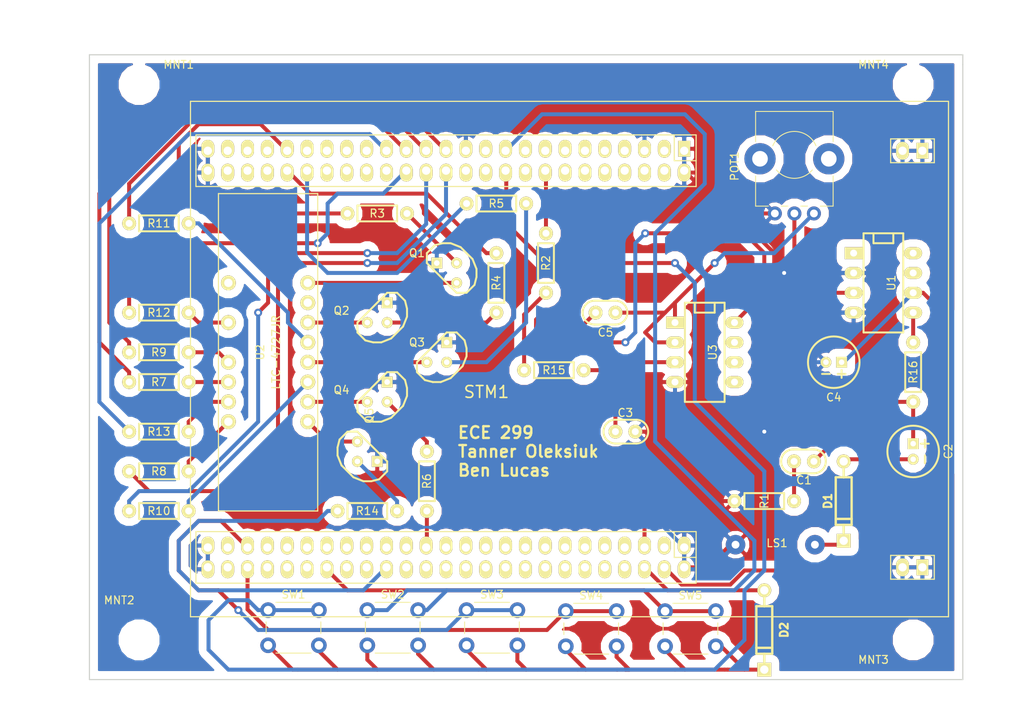
<source format=kicad_pcb>
(kicad_pcb (version 4) (host pcbnew 4.0.7)
  (title_block (title "ECE 299 Alarm Clock") (date 2018-07-03) (rev 1.0) (company "Tanner Oleksiuk (V00867082) and Ben Lucas (V00892467)"))
  (layers (0 F.Cu signal) (31 B.Cu signal) (34 B.Paste user) (35 F.Paste user) (36 B.SilkS user) (37 F.SilkS user) (38 B.Mask user) (39 F.Mask user) (44 Edge.Cuts user))
  (net 0 "")
  (net 1 "Net-(C1-Pad1)")
  (net 2 "Net-(C1-Pad2)")
  (net 3 "Net-(C2-Pad2)")
  (net 4 "Net-(C3-Pad1)")
  (net 5 GND)
  (net 6 +5V)
  (net 7 "Net-(C5-Pad2)")
  (net 8 "Net-(D1-PadK)")
  (net 9 "Net-(D2-PadK)")
  (net 10 +3V3)
  (net 11 "Net-(POT1-Pad2)")
  (net 12 Vf)
  (net 13 "Net-(Q1-Pad2)")
  (net 14 "Net-(Q1-Pad3)")
  (net 15 "Net-(Q2-Pad2)")
  (net 16 "Net-(Q2-Pad3)")
  (net 17 "Net-(Q3-Pad2)")
  (net 18 "Net-(Q3-Pad3)")
  (net 19 "Net-(Q4-Pad2)")
  (net 20 "Net-(Q4-Pad3)")
  (net 21 "Net-(Q5-Pad2)")
  (net 22 "Net-(Q5-Pad3)")
  (net 23 PA4)
  (net 24 PD9)
  (net 25 PD10)
  (net 26 PD8)
  (net 27 PD7)
  (net 28 PE7)
  (net 29 "Net-(R7-Pad2)")
  (net 30 PE8)
  (net 31 "Net-(R8-Pad2)")
  (net 32 PE9)
  (net 33 "Net-(R9-Pad2)")
  (net 34 PE10)
  (net 35 "Net-(R10-Pad2)")
  (net 36 PE11)
  (net 37 "Net-(R11-Pad2)")
  (net 38 PE12)
  (net 39 "Net-(R12-Pad2)")
  (net 40 PE13)
  (net 41 "Net-(R13-Pad2)")
  (net 42 PD4)
  (net 43 "Net-(R16-Pad1)")
  (net 44 "Net-(STM1-Pad1-3)")
  (net 45 "Net-(STM1-Pad1-7)")
  (net 46 "Net-(STM1-Pad1-9)")
  (net 47 "Net-(STM1-Pad1-11)")
  (net 48 "Net-(STM1-Pad1-13)")
  (net 49 "Net-(STM1-Pad1-15)")
  (net 50 "Net-(STM1-Pad1-17)")
  (net 51 PC5)
  (net 52 "Net-(STM1-Pad1-21)")
  (net 53 PE15)
  (net 54 "Net-(STM1-Pad1-35)")
  (net 55 "Net-(STM1-Pad1-37)")
  (net 56 "Net-(STM1-Pad1-39)")
  (net 57 PD11)
  (net 58 "Net-(STM1-Pad1-45)")
  (net 59 "Net-(STM1-Pad1-47)")
  (net 60 "Net-(STM1-Pad1-4)")
  (net 61 "Net-(STM1-Pad1-6)")
  (net 62 "Net-(STM1-Pad1-8)")
  (net 63 "Net-(STM1-Pad1-10)")
  (net 64 "Net-(STM1-Pad1-12)")
  (net 65 "Net-(STM1-Pad1-14)")
  (net 66 "Net-(STM1-Pad1-18)")
  (net 67 PC4)
  (net 68 "Net-(STM1-Pad1-22)")
  (net 69 "Net-(STM1-Pad1-24)")
  (net 70 PE14)
  (net 71 "Net-(STM1-Pad1-34)")
  (net 72 "Net-(STM1-Pad1-36)")
  (net 73 "Net-(STM1-Pad1-38)")
  (net 74 "Net-(STM1-Pad1-44)")
  (net 75 "Net-(STM1-Pad1-46)")
  (net 76 "Net-(STM1-Pad1-48)")
  (net 77 "Net-(STM1-Pad2-3)")
  (net 78 "Net-(STM1-Pad2-7)")
  (net 79 "Net-(STM1-Pad2-9)")
  (net 80 PE6)
  (net 81 "Net-(STM1-Pad2-13)")
  (net 82 "Net-(STM1-Pad2-15)")
  (net 83 "Net-(STM1-Pad2-17)")
  (net 84 "Net-(STM1-Pad2-19)")
  (net 85 "Net-(STM1-Pad2-21)")
  (net 86 "Net-(STM1-Pad2-23)")
  (net 87 "Net-(STM1-Pad2-25)")
  (net 88 "Net-(STM1-Pad2-29)")
  (net 89 "Net-(STM1-Pad2-31)")
  (net 90 "Net-(STM1-Pad2-33)")
  (net 91 "Net-(STM1-Pad2-35)")
  (net 92 "Net-(STM1-Pad2-37)")
  (net 93 "Net-(STM1-Pad2-39)")
  (net 94 "Net-(STM1-Pad2-41)")
  (net 95 "Net-(STM1-Pad2-43)")
  (net 96 PC8)
  (net 97 "Net-(STM1-Pad2-47)")
  (net 98 "Net-(STM1-Pad2-8)")
  (net 99 "Net-(STM1-Pad2-10)")
  (net 100 "Net-(STM1-Pad2-12)")
  (net 101 "Net-(STM1-Pad2-14)")
  (net 102 "Net-(STM1-Pad2-16)")
  (net 103 "Net-(STM1-Pad2-18)")
  (net 104 "Net-(STM1-Pad2-20)")
  (net 105 "Net-(STM1-Pad2-22)")
  (net 106 "Net-(STM1-Pad2-24)")
  (net 107 "Net-(STM1-Pad2-26)")
  (net 108 "Net-(STM1-Pad2-28)")
  (net 109 "Net-(STM1-Pad2-30)")
  (net 110 "Net-(STM1-Pad2-34)")
  (net 111 "Net-(STM1-Pad2-36)")
  (net 112 PC11)
  (net 113 "Net-(STM1-Pad2-40)")
  (net 114 "Net-(STM1-Pad2-42)")
  (net 115 "Net-(STM1-Pad2-44)")
  (net 116 PC9)
  (net 117 "Net-(STM1-Pad2-48)")
  (net 118 "Net-(U1-Pad1)")
  (net 119 "Net-(U1-Pad7)")
  (net 120 "Net-(U1-Pad8)")
  (net 121 "Net-(U2-Pad7)")
  (net 122 "Net-(U2-Pad9)")
  (module Wire_Connections_Bridges:WireConnection_1.00mmDrill (layer F.Cu) (at 180.467 130.048 180)
    (fp_text reference LS1 (at 4.8514 0.2032 180) (layer F.SilkS))
    (fp_text value Speaker)
    (pad 1 thru_hole circle (at 0 0 180) (size 2.49936 2.49936) (drill 1.00076) (layers *.Cu *.Mask) (net 8 "Net-(D1-PadK)"))
    (pad 2 thru_hole circle (at 10.16 0 180) (size 2.49936 2.49936) (drill 1.00076) (layers *.Cu *.Mask) (net 5 GND))
  )
  (module ECE:DIP8 (layer F.Cu) (at 166.37 109.22 270)
    (fp_text reference U3 (at -3.81 -1.016 270) (layer F.SilkS) (effects (font (size 1.016 1.016) (thickness 0.1524))))
    (fp_text value LM358)
    (pad 1 thru_hole rect (at -7.62 3.81 270) (size 1.524 2.286) (drill 0.889) (layers *.Cu *.Mask F.SilkS) (net 12 Vf))
    (pad 2 thru_hole oval (at -5.08 3.81 270) (size 1.524 2.286) (drill 0.889) (layers *.Cu *.Mask F.SilkS) (net 12 Vf))
    (pad 3 thru_hole oval (at -2.54 3.81 270) (size 1.524 2.286) (drill 0.889) (layers *.Cu *.Mask F.SilkS) (net 4 "Net-(C3-Pad1)"))
    (pad 4 thru_hole oval (at 0 3.81 270) (size 1.524 2.286) (drill 0.889) (layers *.Cu *.Mask F.SilkS) (net 5 GND))
    (pad 5 thru_hole oval (at 0 -3.81 270) (size 1.524 2.286) (drill 0.889) (layers *.Cu *.Mask F.SilkS))
    (pad 6 thru_hole oval (at -2.54 -3.81 270) (size 1.524 2.286) (drill 0.889) (layers *.Cu *.Mask F.SilkS))
    (pad 7 thru_hole oval (at -5.08 -3.81 270) (size 1.524 2.286) (drill 0.889) (layers *.Cu *.Mask F.SilkS))
    (pad 8 thru_hole oval (at -7.62 -3.81 270) (size 1.524 2.286) (drill 0.889) (layers *.Cu *.Mask F.SilkS) (net 10 +3V3))
  )
  (module ECE:RES.3 (layer F.Cu) (at 147.066 107.696 180)
    (fp_text reference R15 (at 0 0 180) (layer F.SilkS) (effects (font (size 1.016 1.016) (thickness 0.1524))))
    (fp_text value 20kΩ)
    (pad 1 thru_hole circle (at -3.81 0 180) (size 1.778 1.778) (drill 0.889) (layers *.Cu *.Mask F.SilkS) (net 4 "Net-(C3-Pad1)"))
    (pad 2 thru_hole circle (at 3.81 0 180) (size 1.778 1.778) (drill 0.889) (layers *.Cu *.Mask F.SilkS) (net 7 "Net-(C5-Pad2)"))
  )
  (module ECE:STM32_F4 (layer F.Cu) (at 148.5011 105.0036)
    (fp_text reference STM1 (at -10.0711 5.4864) (layer F.SilkS) (effects (font (thickness 0.2032))))
    (fp_text value STM32_F407)
    (pad JP31 thru_hole rect (at 45.7188 27.94) (size 1.524 2.032) (drill 1.0668) (layers *.Cu *.Mask F.SilkS) (net 5 GND))
    (pad JP32 thru_hole oval (at 43.1788 27.94) (size 1.651 2.286) (drill 1.0668) (layers *.Cu *.Mask F.SilkS) (net 5 GND))
    (pad JP22 thru_hole oval (at 43.1788 -25.4) (size 1.651 2.286) (drill 1.0668) (layers *.Cu *.Mask F.SilkS) (net 5 GND))
    (pad JP21 thru_hole rect (at 45.7188 -25.4) (size 1.524 2.032) (drill 1.0668) (layers *.Cu *.Mask F.SilkS) (net 5 GND))
    (pad 1-1 thru_hole rect (at 15.24 -25.4) (size 1.524 2.032) (drill 1.0668 (offset 0 -0.254)) (layers *.Cu *.Mask F.SilkS) (net 5 GND))
    (pad 1-3 thru_hole oval (at 12.7 -25.4) (size 1.651 2.286) (drill 1.0668 (offset 0 -0.254)) (layers *.Cu *.Mask F.SilkS) (net 44 "Net-(STM1-Pad1-3)"))
    (pad 1-5 thru_hole oval (at 10.16 -25.4) (size 1.651 2.286) (drill 1.0668 (offset 0 -0.254)) (layers *.Cu *.Mask F.SilkS) (net 5 GND))
    (pad 1-7 thru_hole oval (at 7.62 -25.4) (size 1.651 2.286) (drill 1.0668 (offset 0 -0.254)) (layers *.Cu *.Mask F.SilkS) (net 45 "Net-(STM1-Pad1-7)"))
    (pad 1-9 thru_hole oval (at 5.08 -25.4) (size 1.651 2.286) (drill 1.0668 (offset 0 -0.254)) (layers *.Cu *.Mask F.SilkS) (net 46 "Net-(STM1-Pad1-9)"))
    (pad 1-11 thru_hole oval (at 2.54 -25.4) (size 1.651 2.286) (drill 1.0668 (offset 0 -0.254)) (layers *.Cu *.Mask F.SilkS) (net 47 "Net-(STM1-Pad1-11)"))
    (pad 1-13 thru_hole oval (at 0 -25.4) (size 1.651 2.286) (drill 1.0668 (offset 0 -0.254)) (layers *.Cu *.Mask F.SilkS) (net 48 "Net-(STM1-Pad1-13)"))
    (pad 1-15 thru_hole oval (at -2.54 -25.4) (size 1.651 2.286) (drill 1.0668 (offset 0 -0.254)) (layers *.Cu *.Mask F.SilkS) (net 49 "Net-(STM1-Pad1-15)"))
    (pad 1-17 thru_hole oval (at -5.08 -25.4) (size 1.651 2.286) (drill 1.0668 (offset 0 -0.254)) (layers *.Cu *.Mask F.SilkS) (net 50 "Net-(STM1-Pad1-17)"))
    (pad 1-19 thru_hole oval (at -7.62 -25.4) (size 1.651 2.286) (drill 1.0668 (offset 0 -0.254)) (layers *.Cu *.Mask F.SilkS) (net 51 PC5))
    (pad 1-21 thru_hole oval (at -10.16 -25.4) (size 1.651 2.286) (drill 1.0668 (offset 0 -0.254)) (layers *.Cu *.Mask F.SilkS) (net 52 "Net-(STM1-Pad1-21)"))
    (pad 1-23 thru_hole oval (at -12.7 -25.4) (size 1.651 2.286) (drill 1.0668 (offset 0 -0.254)) (layers *.Cu *.Mask F.SilkS) (net 5 GND))
    (pad 1-25 thru_hole oval (at -15.24 -25.4) (size 1.651 2.286) (drill 1.0668 (offset 0 -0.254)) (layers *.Cu *.Mask F.SilkS) (net 28 PE7))
    (pad 1-27 thru_hole oval (at -17.78 -25.4) (size 1.651 2.286) (drill 1.0668 (offset 0 -0.254)) (layers *.Cu *.Mask F.SilkS) (net 32 PE9))
    (pad 1-29 thru_hole oval (at -20.32 -25.4) (size 1.651 2.286) (drill 1.0668 (offset 0 -0.254)) (layers *.Cu *.Mask F.SilkS) (net 36 PE11))
    (pad 1-31 thru_hole oval (at -22.86 -25.4) (size 1.651 2.286) (drill 1.0668 (offset 0 -0.254)) (layers *.Cu *.Mask F.SilkS) (net 40 PE13))
    (pad 1-33 thru_hole oval (at -25.4 -25.4) (size 1.651 2.286) (drill 1.0668 (offset 0 -0.254)) (layers *.Cu *.Mask F.SilkS) (net 53 PE15))
    (pad 1-35 thru_hole oval (at -27.94 -25.4) (size 1.651 2.286) (drill 1.0668 (offset 0 -0.254)) (layers *.Cu *.Mask F.SilkS) (net 54 "Net-(STM1-Pad1-35)"))
    (pad 1-37 thru_hole oval (at -30.48 -25.4) (size 1.651 2.286) (drill 1.0668 (offset 0 -0.254)) (layers *.Cu *.Mask F.SilkS) (net 55 "Net-(STM1-Pad1-37)"))
    (pad 1-39 thru_hole oval (at -33.02 -25.4) (size 1.651 2.286) (drill 1.0668 (offset 0 -0.254)) (layers *.Cu *.Mask F.SilkS) (net 56 "Net-(STM1-Pad1-39)"))
    (pad 1-41 thru_hole oval (at -35.56 -25.4) (size 1.651 2.286) (drill 1.0668 (offset 0 -0.254)) (layers *.Cu *.Mask F.SilkS) (net 24 PD9))
    (pad 1-43 thru_hole oval (at -38.1 -25.4) (size 1.651 2.286) (drill 1.0668 (offset 0 -0.254)) (layers *.Cu *.Mask F.SilkS) (net 57 PD11))
    (pad 1-45 thru_hole oval (at -40.64 -25.4) (size 1.651 2.286) (drill 1.0668 (offset 0 -0.254)) (layers *.Cu *.Mask F.SilkS) (net 58 "Net-(STM1-Pad1-45)"))
    (pad 1-47 thru_hole oval (at -43.18 -25.4) (size 1.651 2.286) (drill 1.0668 (offset 0 -0.254)) (layers *.Cu *.Mask F.SilkS) (net 59 "Net-(STM1-Pad1-47)"))
    (pad 1-49 thru_hole oval (at -45.72 -25.4) (size 1.651 2.286) (drill 1.0668 (offset 0 -0.254)) (layers *.Cu *.Mask F.SilkS) (net 5 GND))
    (pad 1-2 thru_hole oval (at 15.24 -22.86 180) (size 1.651 2.286) (drill 1.0668 (offset 0 -0.254)) (layers *.Cu *.Mask F.SilkS) (net 5 GND))
    (pad 1-4 thru_hole oval (at 12.7 -22.86 180) (size 1.651 2.286) (drill 1.0668 (offset 0 -0.254)) (layers *.Cu *.Mask F.SilkS) (net 60 "Net-(STM1-Pad1-4)"))
    (pad 1-6 thru_hole oval (at 10.16 -22.86 180) (size 1.651 2.286) (drill 1.0668 (offset 0 -0.254)) (layers *.Cu *.Mask F.SilkS) (net 61 "Net-(STM1-Pad1-6)"))
    (pad 1-8 thru_hole oval (at 7.62 -22.86 180) (size 1.651 2.286) (drill 1.0668 (offset 0 -0.254)) (layers *.Cu *.Mask F.SilkS) (net 62 "Net-(STM1-Pad1-8)"))
    (pad 1-10 thru_hole oval (at 5.08 -22.86 180) (size 1.651 2.286) (drill 1.0668 (offset 0 -0.254)) (layers *.Cu *.Mask F.SilkS) (net 63 "Net-(STM1-Pad1-10)"))
    (pad 1-12 thru_hole oval (at 2.54 -22.86 180) (size 1.651 2.286) (drill 1.0668 (offset 0 -0.254)) (layers *.Cu *.Mask F.SilkS) (net 64 "Net-(STM1-Pad1-12)"))
    (pad 1-14 thru_hole oval (at 0 -22.86 180) (size 1.651 2.286) (drill 1.0668 (offset 0 -0.254)) (layers *.Cu *.Mask F.SilkS) (net 65 "Net-(STM1-Pad1-14)"))
    (pad 1-16 thru_hole oval (at -2.54 -22.86 180) (size 1.651 2.286) (drill 1.0668 (offset 0 -0.254)) (layers *.Cu *.Mask F.SilkS) (net 23 PA4))
    (pad 1-18 thru_hole oval (at -5.08 -22.86 180) (size 1.651 2.286) (drill 1.0668 (offset 0 -0.254)) (layers *.Cu *.Mask F.SilkS) (net 66 "Net-(STM1-Pad1-18)"))
    (pad 1-20 thru_hole oval (at -7.62 -22.86 180) (size 1.651 2.286) (drill 1.0668 (offset 0 -0.254)) (layers *.Cu *.Mask F.SilkS) (net 67 PC4))
    (pad 1-22 thru_hole oval (at -10.16 -22.86 180) (size 1.651 2.286) (drill 1.0668 (offset 0 -0.254)) (layers *.Cu *.Mask F.SilkS) (net 68 "Net-(STM1-Pad1-22)"))
    (pad 1-24 thru_hole oval (at -12.7 -22.86 180) (size 1.651 2.286) (drill 1.0668 (offset 0 -0.254)) (layers *.Cu *.Mask F.SilkS) (net 69 "Net-(STM1-Pad1-24)"))
    (pad 1-26 thru_hole oval (at -15.24 -22.86 180) (size 1.651 2.286) (drill 1.0668 (offset 0 -0.254)) (layers *.Cu *.Mask F.SilkS) (net 30 PE8))
    (pad 1-28 thru_hole oval (at -17.78 -22.86 180) (size 1.651 2.286) (drill 1.0668 (offset 0 -0.254)) (layers *.Cu *.Mask F.SilkS) (net 34 PE10))
    (pad 1-30 thru_hole oval (at -20.32 -22.86 180) (size 1.651 2.286) (drill 1.0668 (offset 0 -0.254)) (layers *.Cu *.Mask F.SilkS) (net 38 PE12))
    (pad 1-32 thru_hole oval (at -22.86 -22.86 180) (size 1.651 2.286) (drill 1.0668 (offset 0 -0.254)) (layers *.Cu *.Mask F.SilkS) (net 70 PE14))
    (pad 1-34 thru_hole oval (at -25.4 -22.86 180) (size 1.651 2.286) (drill 1.0668 (offset 0 -0.254)) (layers *.Cu *.Mask F.SilkS) (net 71 "Net-(STM1-Pad1-34)"))
    (pad 1-36 thru_hole oval (at -27.94 -22.86 180) (size 1.651 2.286) (drill 1.0668 (offset 0 -0.254)) (layers *.Cu *.Mask F.SilkS) (net 72 "Net-(STM1-Pad1-36)"))
    (pad 1-38 thru_hole oval (at -30.48 -22.86 180) (size 1.651 2.286) (drill 1.0668 (offset 0 -0.254)) (layers *.Cu *.Mask F.SilkS) (net 73 "Net-(STM1-Pad1-38)"))
    (pad 1-40 thru_hole oval (at -33.02 -22.86 180) (size 1.651 2.286) (drill 1.0668 (offset 0 -0.254)) (layers *.Cu *.Mask F.SilkS) (net 26 PD8))
    (pad 1-42 thru_hole oval (at -35.56 -22.86 180) (size 1.651 2.286) (drill 1.0668 (offset 0 -0.254)) (layers *.Cu *.Mask F.SilkS) (net 25 PD10))
    (pad 1-44 thru_hole oval (at -38.1 -22.86 180) (size 1.651 2.286) (drill 1.0668 (offset 0 -0.254)) (layers *.Cu *.Mask F.SilkS) (net 74 "Net-(STM1-Pad1-44)"))
    (pad 1-46 thru_hole oval (at -40.64 -22.86 180) (size 1.651 2.286) (drill 1.0668 (offset 0 -0.254)) (layers *.Cu *.Mask F.SilkS) (net 75 "Net-(STM1-Pad1-46)"))
    (pad 1-48 thru_hole oval (at -43.18 -22.86 180) (size 1.651 2.286) (drill 1.0668 (offset 0 -0.254)) (layers *.Cu *.Mask F.SilkS) (net 76 "Net-(STM1-Pad1-48)"))
    (pad 1-50 thru_hole oval (at -45.72 -22.86 180) (size 1.651 2.286) (drill 1.0668 (offset 0 -0.254)) (layers *.Cu *.Mask F.SilkS) (net 5 GND))
    (pad 2-1 thru_hole oval (at 15.24 25.4) (size 1.651 2.286) (drill 1.0668 (offset 0 -0.254)) (layers *.Cu *.Mask F.SilkS) (net 5 GND))
    (pad 2-3 thru_hole oval (at 12.7 25.4) (size 1.651 2.286) (drill 1.0668 (offset 0 -0.254)) (layers *.Cu *.Mask F.SilkS) (net 77 "Net-(STM1-Pad2-3)"))
    (pad 2-5 thru_hole oval (at 10.16 25.4) (size 1.651 2.286) (drill 1.0668 (offset 0 -0.254)) (layers *.Cu *.Mask F.SilkS) (net 10 +3V3))
    (pad 2-7 thru_hole oval (at 7.62 25.4) (size 1.651 2.286) (drill 1.0668 (offset 0 -0.254)) (layers *.Cu *.Mask F.SilkS) (net 78 "Net-(STM1-Pad2-7)"))
    (pad 2-9 thru_hole oval (at 5.08 25.4) (size 1.651 2.286) (drill 1.0668 (offset 0 -0.254)) (layers *.Cu *.Mask F.SilkS) (net 79 "Net-(STM1-Pad2-9)"))
    (pad 2-11 thru_hole oval (at 2.54 25.4) (size 1.651 2.286) (drill 1.0668 (offset 0 -0.254)) (layers *.Cu *.Mask F.SilkS) (net 80 PE6))
    (pad 2-13 thru_hole oval (at 0 25.4) (size 1.651 2.286) (drill 1.0668 (offset 0 -0.254)) (layers *.Cu *.Mask F.SilkS) (net 81 "Net-(STM1-Pad2-13)"))
    (pad 2-15 thru_hole oval (at -2.54 25.4) (size 1.651 2.286) (drill 1.0668 (offset 0 -0.254)) (layers *.Cu *.Mask F.SilkS) (net 82 "Net-(STM1-Pad2-15)"))
    (pad 2-17 thru_hole oval (at -5.08 25.4) (size 1.651 2.286) (drill 1.0668 (offset 0 -0.254)) (layers *.Cu *.Mask F.SilkS) (net 83 "Net-(STM1-Pad2-17)"))
    (pad 2-19 thru_hole oval (at -7.62 25.4) (size 1.651 2.286) (drill 1.0668 (offset 0 -0.254)) (layers *.Cu *.Mask F.SilkS) (net 84 "Net-(STM1-Pad2-19)"))
    (pad 2-21 thru_hole oval (at -10.16 25.4) (size 1.651 2.286) (drill 1.0668 (offset 0 -0.254)) (layers *.Cu *.Mask F.SilkS) (net 85 "Net-(STM1-Pad2-21)"))
    (pad 2-23 thru_hole oval (at -12.7 25.4) (size 1.651 2.286) (drill 1.0668 (offset 0 -0.254)) (layers *.Cu *.Mask F.SilkS) (net 86 "Net-(STM1-Pad2-23)"))
    (pad 2-25 thru_hole oval (at -15.24 25.4) (size 1.651 2.286) (drill 1.0668 (offset 0 -0.254)) (layers *.Cu *.Mask F.SilkS) (net 87 "Net-(STM1-Pad2-25)"))
    (pad 2-27 thru_hole oval (at -17.78 25.4) (size 1.651 2.286) (drill 1.0668 (offset 0 -0.254)) (layers *.Cu *.Mask F.SilkS) (net 27 PD7))
    (pad 2-29 thru_hole oval (at -20.32 25.4) (size 1.651 2.286) (drill 1.0668 (offset 0 -0.254)) (layers *.Cu *.Mask F.SilkS) (net 88 "Net-(STM1-Pad2-29)"))
    (pad 2-31 thru_hole oval (at -22.86 25.4) (size 1.651 2.286) (drill 1.0668 (offset 0 -0.254)) (layers *.Cu *.Mask F.SilkS) (net 89 "Net-(STM1-Pad2-31)"))
    (pad 2-33 thru_hole oval (at -25.4 25.4) (size 1.651 2.286) (drill 1.0668 (offset 0 -0.254)) (layers *.Cu *.Mask F.SilkS) (net 90 "Net-(STM1-Pad2-33)"))
    (pad 2-35 thru_hole oval (at -27.94 25.4) (size 1.651 2.286) (drill 1.0668 (offset 0 -0.254)) (layers *.Cu *.Mask F.SilkS) (net 91 "Net-(STM1-Pad2-35)"))
    (pad 2-37 thru_hole oval (at -30.48 25.4) (size 1.651 2.286) (drill 1.0668 (offset 0 -0.254)) (layers *.Cu *.Mask F.SilkS) (net 92 "Net-(STM1-Pad2-37)"))
    (pad 2-39 thru_hole oval (at -33.02 25.4) (size 1.651 2.286) (drill 1.0668 (offset 0 -0.254)) (layers *.Cu *.Mask F.SilkS) (net 93 "Net-(STM1-Pad2-39)"))
    (pad 2-41 thru_hole oval (at -35.56 25.4) (size 1.651 2.286) (drill 1.0668 (offset 0 -0.254)) (layers *.Cu *.Mask F.SilkS) (net 94 "Net-(STM1-Pad2-41)"))
    (pad 2-43 thru_hole oval (at -38.1 25.4) (size 1.651 2.286) (drill 1.0668 (offset 0 -0.254)) (layers *.Cu *.Mask F.SilkS) (net 95 "Net-(STM1-Pad2-43)"))
    (pad 2-45 thru_hole oval (at -40.64 25.4) (size 1.651 2.286) (drill 1.0668 (offset 0 -0.254)) (layers *.Cu *.Mask F.SilkS) (net 96 PC8))
    (pad 2-47 thru_hole oval (at -43.18 25.4) (size 1.651 2.286) (drill 1.0668 (offset 0 -0.254)) (layers *.Cu *.Mask F.SilkS) (net 97 "Net-(STM1-Pad2-47)"))
    (pad 2-49 thru_hole oval (at -45.72 25.4) (size 1.651 2.286) (drill 1.0668 (offset 0 -0.254)) (layers *.Cu *.Mask F.SilkS) (net 5 GND))
    (pad 2-2 thru_hole oval (at 15.24 27.94 180) (size 1.651 2.286) (drill 1.0668 (offset 0 -0.254)) (layers *.Cu *.Mask F.SilkS) (net 5 GND))
    (pad 2-4 thru_hole oval (at 12.7 27.94 180) (size 1.651 2.286) (drill 1.0668 (offset 0 -0.254)) (layers *.Cu *.Mask F.SilkS) (net 6 +5V))
    (pad 2-6 thru_hole oval (at 10.16 27.94 180) (size 1.651 2.286) (drill 1.0668 (offset 0 -0.254)) (layers *.Cu *.Mask F.SilkS) (net 10 +3V3))
    (pad 2-8 thru_hole oval (at 7.62 27.94 180) (size 1.651 2.286) (drill 1.0668 (offset 0 -0.254)) (layers *.Cu *.Mask F.SilkS) (net 98 "Net-(STM1-Pad2-8)"))
    (pad 2-10 thru_hole oval (at 5.08 27.94 180) (size 1.651 2.286) (drill 1.0668 (offset 0 -0.254)) (layers *.Cu *.Mask F.SilkS) (net 99 "Net-(STM1-Pad2-10)"))
    (pad 2-12 thru_hole oval (at 2.54 27.94 180) (size 1.651 2.286) (drill 1.0668 (offset 0 -0.254)) (layers *.Cu *.Mask F.SilkS) (net 100 "Net-(STM1-Pad2-12)"))
    (pad 2-14 thru_hole oval (at 0 27.94 180) (size 1.651 2.286) (drill 1.0668 (offset 0 -0.254)) (layers *.Cu *.Mask F.SilkS) (net 101 "Net-(STM1-Pad2-14)"))
    (pad 2-16 thru_hole oval (at -2.54 27.94 180) (size 1.651 2.286) (drill 1.0668 (offset 0 -0.254)) (layers *.Cu *.Mask F.SilkS) (net 102 "Net-(STM1-Pad2-16)"))
    (pad 2-18 thru_hole oval (at -5.08 27.94 180) (size 1.651 2.286) (drill 1.0668 (offset 0 -0.254)) (layers *.Cu *.Mask F.SilkS) (net 103 "Net-(STM1-Pad2-18)"))
    (pad 2-20 thru_hole oval (at -7.62 27.94 180) (size 1.651 2.286) (drill 1.0668 (offset 0 -0.254)) (layers *.Cu *.Mask F.SilkS) (net 104 "Net-(STM1-Pad2-20)"))
    (pad 2-22 thru_hole oval (at -10.16 27.94 180) (size 1.651 2.286) (drill 1.0668 (offset 0 -0.254)) (layers *.Cu *.Mask F.SilkS) (net 105 "Net-(STM1-Pad2-22)"))
    (pad 2-24 thru_hole oval (at -12.7 27.94 180) (size 1.651 2.286) (drill 1.0668 (offset 0 -0.254)) (layers *.Cu *.Mask F.SilkS) (net 106 "Net-(STM1-Pad2-24)"))
    (pad 2-26 thru_hole oval (at -15.24 27.94 180) (size 1.651 2.286) (drill 1.0668 (offset 0 -0.254)) (layers *.Cu *.Mask F.SilkS) (net 107 "Net-(STM1-Pad2-26)"))
    (pad 2-28 thru_hole oval (at -17.78 27.94 180) (size 1.651 2.286) (drill 1.0668 (offset 0 -0.254)) (layers *.Cu *.Mask F.SilkS) (net 108 "Net-(STM1-Pad2-28)"))
    (pad 2-30 thru_hole oval (at -20.32 27.94 180) (size 1.651 2.286) (drill 1.0668 (offset 0 -0.254)) (layers *.Cu *.Mask F.SilkS) (net 109 "Net-(STM1-Pad2-30)"))
    (pad 2-32 thru_hole oval (at -22.86 27.94 180) (size 1.651 2.286) (drill 1.0668 (offset 0 -0.254)) (layers *.Cu *.Mask F.SilkS) (net 42 PD4))
    (pad 2-34 thru_hole oval (at -25.4 27.94 180) (size 1.651 2.286) (drill 1.0668 (offset 0 -0.254)) (layers *.Cu *.Mask F.SilkS) (net 110 "Net-(STM1-Pad2-34)"))
    (pad 2-36 thru_hole oval (at -27.94 27.94 180) (size 1.651 2.286) (drill 1.0668 (offset 0 -0.254)) (layers *.Cu *.Mask F.SilkS) (net 111 "Net-(STM1-Pad2-36)"))
    (pad 2-38 thru_hole oval (at -30.48 27.94 180) (size 1.651 2.286) (drill 1.0668 (offset 0 -0.254)) (layers *.Cu *.Mask F.SilkS) (net 112 PC11))
    (pad 2-40 thru_hole oval (at -33.02 27.94 180) (size 1.651 2.286) (drill 1.0668 (offset 0 -0.254)) (layers *.Cu *.Mask F.SilkS) (net 113 "Net-(STM1-Pad2-40)"))
    (pad 2-42 thru_hole oval (at -35.56 27.94 180) (size 1.651 2.286) (drill 1.0668 (offset 0 -0.254)) (layers *.Cu *.Mask F.SilkS) (net 114 "Net-(STM1-Pad2-42)"))
    (pad 2-44 thru_hole oval (at -38.1 27.94 180) (size 1.651 2.286) (drill 1.0668 (offset 0 -0.254)) (layers *.Cu *.Mask F.SilkS) (net 115 "Net-(STM1-Pad2-44)"))
    (pad 2-46 thru_hole oval (at -40.64 27.94 180) (size 1.651 2.286) (drill 1.0668 (offset 0 -0.254)) (layers *.Cu *.Mask F.SilkS) (net 116 PC9))
    (pad 2-48 thru_hole oval (at -43.18 27.94 180) (size 1.651 2.286) (drill 1.0668 (offset 0 -0.254)) (layers *.Cu *.Mask F.SilkS) (net 117 "Net-(STM1-Pad2-48)"))
    (pad 2-50 thru_hole oval (at -45.72 27.94 180) (size 1.651 2.286) (drill 1.0668 (offset 0 -0.254)) (layers *.Cu *.Mask F.SilkS) (net 5 GND))
  )
  (module ECE:CAP.1 (layer F.Cu) (at 179.07 119.38 180)
    (fp_text reference C1 (at 0 -2.413 180) (layer F.SilkS) (effects (font (size 1.016 1.016) (thickness 0.1524))))
    (fp_text value 0.05uF)
    (pad 1 thru_hole circle (at -1.27 0 180) (size 1.778 1.778) (drill 0.889) (layers *.Cu *.Mask F.SilkS) (net 1 "Net-(C1-Pad1)"))
    (pad 2 thru_hole circle (at 1.27 0 180) (size 1.778 1.778) (drill 0.889) (layers *.Cu *.Mask F.SilkS) (net 2 "Net-(C1-Pad2)"))
  )
  (module ECE:CAP_Pol_D6.3xH11.5xP2.0mm (layer F.Cu) (at 193.04 118.11 270)
    (fp_text reference C2 (at 0 -4.5 270) (layer F.SilkS))
    (fp_text value 470uF)
    (pad 2 thru_hole circle (at 1 0 270) (size 1.397 1.397) (drill 0.711) (layers *.Cu *.Mask F.SilkS) (net 3 "Net-(C2-Pad2)"))
    (pad 1 thru_hole rect (at -1 0 270) (size 1.397 1.397) (drill 0.711) (layers *.Cu *.Mask F.SilkS) (net 1 "Net-(C1-Pad1)"))
  )
  (module ECE:CAP.1 (layer F.Cu) (at 156.21 115.57)
    (fp_text reference C3 (at 0 -2.413) (layer F.SilkS) (effects (font (size 1.016 1.016) (thickness 0.1524))))
    (fp_text value 1nF)
    (pad 1 thru_hole circle (at -1.27 0) (size 1.778 1.778) (drill 0.889) (layers *.Cu *.Mask F.SilkS) (net 4 "Net-(C3-Pad1)"))
    (pad 2 thru_hole circle (at 1.27 0) (size 1.778 1.778) (drill 0.889) (layers *.Cu *.Mask F.SilkS) (net 5 GND))
  )
  (module ECE:CAP_Pol_D6.3xH11.5xP2.0mm (layer F.Cu) (at 182.88 106.68 180)
    (fp_text reference C4 (at 0 -4.5 180) (layer F.SilkS))
    (fp_text value 10uF)
    (pad 2 thru_hole circle (at 1 0 180) (size 1.397 1.397) (drill 0.711) (layers *.Cu *.Mask F.SilkS) (net 5 GND))
    (pad 1 thru_hole rect (at -1 0 180) (size 1.397 1.397) (drill 0.711) (layers *.Cu *.Mask F.SilkS) (net 6 +5V))
  )
  (module ECE:CAP.1 (layer F.Cu) (at 153.67 100.33 180)
    (fp_text reference C5 (at 0 -2.54 180) (layer F.SilkS) (effects (font (size 1.016 1.016) (thickness 0.1524))))
    (fp_text value 1nF)
    (pad 1 thru_hole circle (at -1.27 0 180) (size 1.778 1.778) (drill 0.889) (layers *.Cu *.Mask F.SilkS) (net 12 Vf))
    (pad 2 thru_hole circle (at 1.27 0 180) (size 1.778 1.778) (drill 0.889) (layers *.Cu *.Mask F.SilkS) (net 7 "Net-(C5-Pad2)"))
  )
  (module ECE:DO41 (layer F.Cu) (at 184.15 124.46 270)
    (fp_text reference D1 (at 0 2.032 270) (layer F.SilkS) (effects (font (size 1.016 1.016) (thickness 0.254))))
    (fp_text value Diode hide)
    (pad K thru_hole rect (at 5.08 0 270) (size 1.778 1.778) (drill 1.0668) (layers *.Cu *.Mask F.SilkS) (net 8 "Net-(D1-PadK)"))
    (pad A thru_hole circle (at -5.08 0 270) (size 1.778 1.778) (drill 1.0668) (layers *.Cu *.Mask F.SilkS) (net 3 "Net-(C2-Pad2)"))
  )
  (module ECE:DO41 (layer F.Cu) (at 173.99 140.97 270)
    (fp_text reference D2 (at 0 -2.54 270) (layer F.SilkS) (effects (font (size 1.016 1.016) (thickness 0.254))))
    (fp_text value Diode hide)
    (pad K thru_hole rect (at 5.08 0 270) (size 1.778 1.778) (drill 1.0668) (layers *.Cu *.Mask F.SilkS) (net 9 "Net-(D2-PadK)"))
    (pad A thru_hole circle (at -5.08 0 270) (size 1.778 1.778) (drill 1.0668) (layers *.Cu *.Mask F.SilkS) (net 10 +3V3))
  )
  (module Potentiometers:Potentiometer_Alps_RK09K_Horizontal (layer F.Cu) (at 180.34 87.63 90)
    (fp_text reference POT1 (at 6.05 -10.15 90) (layer F.SilkS))
    (fp_text value 100kΩ)
    (pad 3 thru_hole circle (at 0 -5 90) (size 1.8 1.8) (drill 1) (layers *.Cu *.Mask) (net 5 GND))
    (pad 2 thru_hole circle (at 0 -2.5 90) (size 1.8 1.8) (drill 1) (layers *.Cu *.Mask) (net 11 "Net-(POT1-Pad2)"))
    (pad 1 thru_hole circle (at 0 0 90) (size 1.8 1.8) (drill 1) (layers *.Cu *.Mask) (net 12 Vf))
    (pad 0 np_thru_hole circle (at 7 -6.9 90) (size 4 4) (drill 2) (layers *.Cu *.Mask))
    (pad 0 np_thru_hole circle (at 7 1.9 90) (size 4 4) (drill 2) (layers *.Cu *.Mask))
  )
  (module ECE:TO92 (layer F.Cu) (at 133.35 95.25 270)
    (fp_text reference Q1 (at -2.54 3.81 360) (layer F.SilkS) (effects (font (size 1.016 1.016) (thickness 0.1524))))
    (fp_text value 2N3904)
    (pad 1 thru_hole rect (at -1.27 1.27 270) (size 1.397 1.397) (drill 0.7112) (layers *.Cu *.Mask F.SilkS) (net 5 GND))
    (pad 2 thru_hole circle (at -1.27 -1.27 270) (size 1.397 1.397) (drill 0.7112) (layers *.Cu *.Mask F.SilkS) (net 13 "Net-(Q1-Pad2)"))
    (pad 3 thru_hole circle (at 1.27 -1.27 270) (size 1.397 1.397) (drill 0.7112) (layers *.Cu *.Mask F.SilkS) (net 14 "Net-(Q1-Pad3)"))
  )
  (module ECE:TO92 (layer F.Cu) (at 124.46 100.33 180)
    (fp_text reference Q2 (at 4.572 0.254 180) (layer F.SilkS) (effects (font (size 1.016 1.016) (thickness 0.1524))))
    (fp_text value 2N3904)
    (pad 1 thru_hole rect (at -1.27 1.27 180) (size 1.397 1.397) (drill 0.7112) (layers *.Cu *.Mask F.SilkS) (net 5 GND))
    (pad 2 thru_hole circle (at -1.27 -1.27 180) (size 1.397 1.397) (drill 0.7112) (layers *.Cu *.Mask F.SilkS) (net 15 "Net-(Q2-Pad2)"))
    (pad 3 thru_hole circle (at 1.27 -1.27 180) (size 1.397 1.397) (drill 0.7112) (layers *.Cu *.Mask F.SilkS) (net 16 "Net-(Q2-Pad3)"))
  )
  (module ECE:TO92 (layer F.Cu) (at 132.08 105.41 180)
    (fp_text reference Q3 (at 2.54 1.27 180) (layer F.SilkS) (effects (font (size 1.016 1.016) (thickness 0.1524))))
    (fp_text value 2N3904)
    (pad 1 thru_hole rect (at -1.27 1.27 180) (size 1.397 1.397) (drill 0.7112) (layers *.Cu *.Mask F.SilkS) (net 5 GND))
    (pad 2 thru_hole circle (at -1.27 -1.27 180) (size 1.397 1.397) (drill 0.7112) (layers *.Cu *.Mask F.SilkS) (net 17 "Net-(Q3-Pad2)"))
    (pad 3 thru_hole circle (at 1.27 -1.27 180) (size 1.397 1.397) (drill 0.7112) (layers *.Cu *.Mask F.SilkS) (net 18 "Net-(Q3-Pad3)"))
  )
  (module ECE:TO92 (layer F.Cu) (at 124.46 110.49 180)
    (fp_text reference Q4 (at 4.572 0.254 180) (layer F.SilkS) (effects (font (size 1.016 1.016) (thickness 0.1524))))
    (fp_text value 2N3904)
    (pad 1 thru_hole rect (at -1.27 1.27 180) (size 1.397 1.397) (drill 0.7112) (layers *.Cu *.Mask F.SilkS) (net 5 GND))
    (pad 2 thru_hole circle (at -1.27 -1.27 180) (size 1.397 1.397) (drill 0.7112) (layers *.Cu *.Mask F.SilkS) (net 19 "Net-(Q4-Pad2)"))
    (pad 3 thru_hole circle (at 1.27 -1.27 180) (size 1.397 1.397) (drill 0.7112) (layers *.Cu *.Mask F.SilkS) (net 20 "Net-(Q4-Pad3)"))
  )
  (module ECE:TO92 (layer F.Cu) (at 123.19 118.11 90)
    (fp_text reference Q5 (at 4.572 0.254 90) (layer F.SilkS) (effects (font (size 1.016 1.016) (thickness 0.1524))))
    (fp_text value 2N3904)
    (pad 1 thru_hole rect (at -1.27 1.27 90) (size 1.397 1.397) (drill 0.7112) (layers *.Cu *.Mask F.SilkS) (net 5 GND))
    (pad 2 thru_hole circle (at -1.27 -1.27 90) (size 1.397 1.397) (drill 0.7112) (layers *.Cu *.Mask F.SilkS) (net 21 "Net-(Q5-Pad2)"))
    (pad 3 thru_hole circle (at 1.27 -1.27 90) (size 1.397 1.397) (drill 0.7112) (layers *.Cu *.Mask F.SilkS) (net 22 "Net-(Q5-Pad3)"))
  )
  (module ECE:RES.3 (layer F.Cu) (at 173.99 124.46)
    (fp_text reference R1 (at 0 0 90) (layer F.SilkS) (effects (font (size 1.016 1.016) (thickness 0.1524))))
    (fp_text value 10Ω)
    (pad 1 thru_hole circle (at -3.81 0) (size 1.778 1.778) (drill 0.889) (layers *.Cu *.Mask F.SilkS) (net 5 GND))
    (pad 2 thru_hole circle (at 3.81 0) (size 1.778 1.778) (drill 0.889) (layers *.Cu *.Mask F.SilkS) (net 2 "Net-(C1-Pad2)"))
  )
  (module ECE:RES.3 (layer F.Cu) (at 146.05 93.98 90)
    (fp_text reference R2 (at 0 0 90) (layer F.SilkS) (effects (font (size 1.016 1.016) (thickness 0.1524))))
    (fp_text value 20kΩ)
    (pad 1 thru_hole circle (at -3.81 0 90) (size 1.778 1.778) (drill 0.889) (layers *.Cu *.Mask F.SilkS) (net 7 "Net-(C5-Pad2)"))
    (pad 2 thru_hole circle (at 3.81 0 90) (size 1.778 1.778) (drill 0.889) (layers *.Cu *.Mask F.SilkS) (net 23 PA4))
  )
  (module ECE:RES.3 (layer F.Cu) (at 124.46 87.63 180)
    (fp_text reference R3 (at 0 0 180) (layer F.SilkS) (effects (font (size 1.016 1.016) (thickness 0.1524))))
    (fp_text value 1kΩ)
    (pad 1 thru_hole circle (at -3.81 0 180) (size 1.778 1.778) (drill 0.889) (layers *.Cu *.Mask F.SilkS) (net 13 "Net-(Q1-Pad2)"))
    (pad 2 thru_hole circle (at 3.81 0 180) (size 1.778 1.778) (drill 0.889) (layers *.Cu *.Mask F.SilkS) (net 24 PD9))
  )
  (module ECE:RES.3 (layer F.Cu) (at 139.7 96.52 90)
    (fp_text reference R4 (at 0 0 90) (layer F.SilkS) (effects (font (size 1.016 1.016) (thickness 0.1524))))
    (fp_text value 1kΩ)
    (pad 1 thru_hole circle (at -3.81 0 90) (size 1.778 1.778) (drill 0.889) (layers *.Cu *.Mask F.SilkS) (net 15 "Net-(Q2-Pad2)"))
    (pad 2 thru_hole circle (at 3.81 0 90) (size 1.778 1.778) (drill 0.889) (layers *.Cu *.Mask F.SilkS) (net 25 PD10))
  )
  (module ECE:RES.3 (layer F.Cu) (at 139.7 86.36 180)
    (fp_text reference R5 (at 0 0 180) (layer F.SilkS) (effects (font (size 1.016 1.016) (thickness 0.1524))))
    (fp_text value 1kΩ)
    (pad 1 thru_hole circle (at -3.81 0 180) (size 1.778 1.778) (drill 0.889) (layers *.Cu *.Mask F.SilkS) (net 17 "Net-(Q3-Pad2)"))
    (pad 2 thru_hole circle (at 3.81 0 180) (size 1.778 1.778) (drill 0.889) (layers *.Cu *.Mask F.SilkS) (net 26 PD8))
  )
  (module ECE:RES.3 (layer F.Cu) (at 130.81 121.92 270)
    (fp_text reference R6 (at 0 0 270) (layer F.SilkS) (effects (font (size 1.016 1.016) (thickness 0.1524))))
    (fp_text value 1kΩ)
    (pad 1 thru_hole circle (at -3.81 0 270) (size 1.778 1.778) (drill 0.889) (layers *.Cu *.Mask F.SilkS) (net 19 "Net-(Q4-Pad2)"))
    (pad 2 thru_hole circle (at 3.81 0 270) (size 1.778 1.778) (drill 0.889) (layers *.Cu *.Mask F.SilkS) (net 27 PD7))
  )
  (module ECE:RES.3 (layer F.Cu) (at 96.52 109.22)
    (fp_text reference R7 (at 0 0) (layer F.SilkS) (effects (font (size 1.016 1.016) (thickness 0.1524))))
    (fp_text value 120Ω)
    (pad 1 thru_hole circle (at -3.81 0) (size 1.778 1.778) (drill 0.889) (layers *.Cu *.Mask F.SilkS) (net 28 PE7))
    (pad 2 thru_hole circle (at 3.81 0) (size 1.778 1.778) (drill 0.889) (layers *.Cu *.Mask F.SilkS) (net 29 "Net-(R7-Pad2)"))
  )
  (module ECE:RES.3 (layer F.Cu) (at 96.52 120.65)
    (fp_text reference R8 (at 0 0) (layer F.SilkS) (effects (font (size 1.016 1.016) (thickness 0.1524))))
    (fp_text value 120Ω)
    (pad 1 thru_hole circle (at -3.81 0) (size 1.778 1.778) (drill 0.889) (layers *.Cu *.Mask F.SilkS) (net 30 PE8))
    (pad 2 thru_hole circle (at 3.81 0) (size 1.778 1.778) (drill 0.889) (layers *.Cu *.Mask F.SilkS) (net 31 "Net-(R8-Pad2)"))
  )
  (module ECE:RES.3 (layer F.Cu) (at 96.52 105.41)
    (fp_text reference R9 (at 0 0) (layer F.SilkS) (effects (font (size 1.016 1.016) (thickness 0.1524))))
    (fp_text value 120Ω)
    (pad 1 thru_hole circle (at -3.81 0) (size 1.778 1.778) (drill 0.889) (layers *.Cu *.Mask F.SilkS) (net 32 PE9))
    (pad 2 thru_hole circle (at 3.81 0) (size 1.778 1.778) (drill 0.889) (layers *.Cu *.Mask F.SilkS) (net 33 "Net-(R9-Pad2)"))
  )
  (module ECE:RES.3 (layer F.Cu) (at 96.52 125.73)
    (fp_text reference R10 (at 0 0) (layer F.SilkS) (effects (font (size 1.016 1.016) (thickness 0.1524))))
    (fp_text value 120Ω)
    (pad 1 thru_hole circle (at -3.81 0) (size 1.778 1.778) (drill 0.889) (layers *.Cu *.Mask F.SilkS) (net 34 PE10))
    (pad 2 thru_hole circle (at 3.81 0) (size 1.778 1.778) (drill 0.889) (layers *.Cu *.Mask F.SilkS) (net 35 "Net-(R10-Pad2)"))
  )
  (module ECE:RES.3 (layer F.Cu) (at 96.52 88.9)
    (fp_text reference R11 (at 0 0) (layer F.SilkS) (effects (font (size 1.016 1.016) (thickness 0.1524))))
    (fp_text value 120Ω)
    (pad 1 thru_hole circle (at -3.81 0) (size 1.778 1.778) (drill 0.889) (layers *.Cu *.Mask F.SilkS) (net 36 PE11))
    (pad 2 thru_hole circle (at 3.81 0) (size 1.778 1.778) (drill 0.889) (layers *.Cu *.Mask F.SilkS) (net 37 "Net-(R11-Pad2)"))
  )
  (module ECE:RES.3 (layer F.Cu) (at 96.52 100.33)
    (fp_text reference R12 (at 0 0) (layer F.SilkS) (effects (font (size 1.016 1.016) (thickness 0.1524))))
    (fp_text value 120Ω)
    (pad 1 thru_hole circle (at -3.81 0) (size 1.778 1.778) (drill 0.889) (layers *.Cu *.Mask F.SilkS) (net 38 PE12))
    (pad 2 thru_hole circle (at 3.81 0) (size 1.778 1.778) (drill 0.889) (layers *.Cu *.Mask F.SilkS) (net 39 "Net-(R12-Pad2)"))
  )
  (module ECE:RES.3 (layer F.Cu) (at 96.52 115.57)
    (fp_text reference R13 (at 0 0) (layer F.SilkS) (effects (font (size 1.016 1.016) (thickness 0.1524))))
    (fp_text value 120Ω)
    (pad 1 thru_hole circle (at -3.81 0) (size 1.778 1.778) (drill 0.889) (layers *.Cu *.Mask F.SilkS) (net 40 PE13))
    (pad 2 thru_hole circle (at 3.81 0) (size 1.778 1.778) (drill 0.889) (layers *.Cu *.Mask F.SilkS) (net 41 "Net-(R13-Pad2)"))
  )
  (module ECE:RES.3 (layer F.Cu) (at 123.19 125.73 180)
    (fp_text reference R14 (at 0 0 180) (layer F.SilkS) (effects (font (size 1.016 1.016) (thickness 0.1524))))
    (fp_text value 1kΩ)
    (pad 1 thru_hole circle (at -3.81 0 180) (size 1.778 1.778) (drill 0.889) (layers *.Cu *.Mask F.SilkS) (net 21 "Net-(Q5-Pad2)"))
    (pad 2 thru_hole circle (at 3.81 0 180) (size 1.778 1.778) (drill 0.889) (layers *.Cu *.Mask F.SilkS) (net 42 PD4))
  )
  (module ECE:RES.3 (layer F.Cu) (at 193.04 107.95 270)
    (fp_text reference R16 (at 0 0 270) (layer F.SilkS) (effects (font (size 1.016 1.016) (thickness 0.1524))))
    (fp_text value 200Ω)
    (pad 1 thru_hole circle (at -3.81 0 270) (size 1.778 1.778) (drill 0.889) (layers *.Cu *.Mask F.SilkS) (net 43 "Net-(R16-Pad1)"))
    (pad 2 thru_hole circle (at 3.81 0 270) (size 1.778 1.778) (drill 0.889) (layers *.Cu *.Mask F.SilkS) (net 1 "Net-(C1-Pad1)"))
  )
  (module Buttons_Switches_THT:SW_PUSH_6mm (layer F.Cu) (at 110.49 138.43)
    (fp_text reference SW1 (at 3.25 -2) (layer F.SilkS))
    (fp_text value SW_Push)
    (pad 2 thru_hole circle (at 0 4.5 90) (size 2 2) (drill 1.1) (layers *.Cu *.Mask) (net 9 "Net-(D2-PadK)"))
    (pad 1 thru_hole circle (at 0 0 90) (size 2 2) (drill 1.1) (layers *.Cu *.Mask) (net 67 PC4))
    (pad 2 thru_hole circle (at 6.5 4.5 90) (size 2 2) (drill 1.1) (layers *.Cu *.Mask) (net 9 "Net-(D2-PadK)"))
    (pad 1 thru_hole circle (at 6.5 0 90) (size 2 2) (drill 1.1) (layers *.Cu *.Mask) (net 67 PC4))
  )
  (module Buttons_Switches_THT:SW_PUSH_6mm (layer F.Cu) (at 123.19 138.43)
    (fp_text reference SW2 (at 3.25 -2) (layer F.SilkS))
    (fp_text value SW_Push)
    (pad 2 thru_hole circle (at 0 4.5 90) (size 2 2) (drill 1.1) (layers *.Cu *.Mask) (net 9 "Net-(D2-PadK)"))
    (pad 1 thru_hole circle (at 0 0 90) (size 2 2) (drill 1.1) (layers *.Cu *.Mask) (net 51 PC5))
    (pad 2 thru_hole circle (at 6.5 4.5 90) (size 2 2) (drill 1.1) (layers *.Cu *.Mask) (net 9 "Net-(D2-PadK)"))
    (pad 1 thru_hole circle (at 6.5 0 90) (size 2 2) (drill 1.1) (layers *.Cu *.Mask) (net 51 PC5))
  )
  (module Buttons_Switches_THT:SW_PUSH_6mm (layer F.Cu) (at 135.89 138.43)
    (fp_text reference SW3 (at 3.25 -2) (layer F.SilkS))
    (fp_text value SW_Push)
    (pad 2 thru_hole circle (at 0 4.5 90) (size 2 2) (drill 1.1) (layers *.Cu *.Mask) (net 9 "Net-(D2-PadK)"))
    (pad 1 thru_hole circle (at 0 0 90) (size 2 2) (drill 1.1) (layers *.Cu *.Mask) (net 96 PC8))
    (pad 2 thru_hole circle (at 6.5 4.5 90) (size 2 2) (drill 1.1) (layers *.Cu *.Mask) (net 9 "Net-(D2-PadK)"))
    (pad 1 thru_hole circle (at 6.5 0 90) (size 2 2) (drill 1.1) (layers *.Cu *.Mask) (net 96 PC8))
  )
  (module Buttons_Switches_THT:SW_PUSH_6mm (layer F.Cu) (at 148.59 138.557)
    (fp_text reference SW4 (at 3.25 -2) (layer F.SilkS))
    (fp_text value SW_Push)
    (pad 2 thru_hole circle (at 0 4.5 90) (size 2 2) (drill 1.1) (layers *.Cu *.Mask) (net 9 "Net-(D2-PadK)"))
    (pad 1 thru_hole circle (at 0 0 90) (size 2 2) (drill 1.1) (layers *.Cu *.Mask) (net 116 PC9))
    (pad 2 thru_hole circle (at 6.5 4.5 90) (size 2 2) (drill 1.1) (layers *.Cu *.Mask) (net 9 "Net-(D2-PadK)"))
    (pad 1 thru_hole circle (at 6.5 0 90) (size 2 2) (drill 1.1) (layers *.Cu *.Mask) (net 116 PC9))
  )
  (module Buttons_Switches_THT:SW_PUSH_6mm (layer F.Cu) (at 161.29 138.557)
    (fp_text reference SW5 (at 3.25 -2) (layer F.SilkS))
    (fp_text value SW_Push)
    (pad 2 thru_hole circle (at 0 4.5 90) (size 2 2) (drill 1.1) (layers *.Cu *.Mask) (net 9 "Net-(D2-PadK)"))
    (pad 1 thru_hole circle (at 0 0 90) (size 2 2) (drill 1.1) (layers *.Cu *.Mask) (net 112 PC11))
    (pad 2 thru_hole circle (at 6.5 4.5 90) (size 2 2) (drill 1.1) (layers *.Cu *.Mask) (net 9 "Net-(D2-PadK)"))
    (pad 1 thru_hole circle (at 6.5 0 90) (size 2 2) (drill 1.1) (layers *.Cu *.Mask) (net 112 PC11))
  )
  (module ECE:DIP8 (layer F.Cu) (at 189.23 100.33 270)
    (fp_text reference U1 (at -3.81 -1.016 270) (layer F.SilkS) (effects (font (size 1.016 1.016) (thickness 0.1524))))
    (fp_text value LM386)
    (pad 1 thru_hole rect (at -7.62 3.81 270) (size 1.524 2.286) (drill 0.889) (layers *.Cu *.Mask F.SilkS) (net 118 "Net-(U1-Pad1)"))
    (pad 2 thru_hole oval (at -5.08 3.81 270) (size 1.524 2.286) (drill 0.889) (layers *.Cu *.Mask F.SilkS) (net 5 GND))
    (pad 3 thru_hole oval (at -2.54 3.81 270) (size 1.524 2.286) (drill 0.889) (layers *.Cu *.Mask F.SilkS) (net 11 "Net-(POT1-Pad2)"))
    (pad 4 thru_hole oval (at 0 3.81 270) (size 1.524 2.286) (drill 0.889) (layers *.Cu *.Mask F.SilkS) (net 5 GND))
    (pad 5 thru_hole oval (at 0 -3.81 270) (size 1.524 2.286) (drill 0.889) (layers *.Cu *.Mask F.SilkS) (net 43 "Net-(R16-Pad1)"))
    (pad 6 thru_hole oval (at -2.54 -3.81 270) (size 1.524 2.286) (drill 0.889) (layers *.Cu *.Mask F.SilkS) (net 6 +5V))
    (pad 7 thru_hole oval (at -5.08 -3.81 270) (size 1.524 2.286) (drill 0.889) (layers *.Cu *.Mask F.SilkS) (net 119 "Net-(U1-Pad7)"))
    (pad 8 thru_hole oval (at -7.62 -3.81 270) (size 1.524 2.286) (drill 0.889) (layers *.Cu *.Mask F.SilkS) (net 120 "Net-(U1-Pad8)"))
  )
  (module ECE:LTC-4727JR (layer F.Cu) (at 110.49 105.41 90)
    (fp_text reference U2 (at 0 -1.016 90) (layer F.SilkS) (effects (font (size 1.016 1.016) (thickness 0.1524))))
    (fp_text value LTC-4727JR (at 0 1.016 90) (layer F.SilkS) (effects (font (size 1.016 1.016) (thickness 0.1524))))
    (pad 2 thru_hole circle (at -6.35 5.08 90) (size 1.905 1.905) (drill 1.0668) (layers *.Cu *.Mask F.SilkS) (net 20 "Net-(Q4-Pad3)"))
    (pad 3 thru_hole circle (at -3.81 5.08 90) (size 1.905 1.905) (drill 1.0668) (layers *.Cu *.Mask F.SilkS) (net 35 "Net-(R10-Pad2)"))
    (pad 4 thru_hole circle (at -1.27 5.08 90) (size 1.905 1.905) (drill 1.0668) (layers *.Cu *.Mask F.SilkS) (net 18 "Net-(Q3-Pad3)"))
    (pad 5 thru_hole circle (at 1.27 5.08 90) (size 1.905 1.905) (drill 1.0668) (layers *.Cu *.Mask F.SilkS) (net 37 "Net-(R11-Pad2)"))
    (pad 6 thru_hole circle (at 3.81 5.08 90) (size 1.905 1.905) (drill 1.0668) (layers *.Cu *.Mask F.SilkS) (net 16 "Net-(Q2-Pad3)"))
    (pad 7 thru_hole circle (at 6.35 5.08 90) (size 1.905 1.905) (drill 1.0668) (layers *.Cu *.Mask F.SilkS) (net 121 "Net-(U2-Pad7)"))
    (pad 8 thru_hole circle (at 8.89 5.08 90) (size 1.905 1.905) (drill 1.0668) (layers *.Cu *.Mask F.SilkS) (net 14 "Net-(Q1-Pad3)"))
    (pad 1 thru_hole circle (at -8.89 5.08 270) (size 1.905 1.905) (drill 1.0668) (layers *.Cu *.Mask F.SilkS) (net 22 "Net-(Q5-Pad3)"))
    (pad 9 thru_hole circle (at 8.89 -5.08 90) (size 1.905 1.905) (drill 1.0668) (layers *.Cu *.Mask F.SilkS) (net 122 "Net-(U2-Pad9)"))
    (pad 11 thru_hole circle (at 3.81 -5.08 90) (size 1.905 1.905) (drill 1.0668) (layers *.Cu *.Mask F.SilkS) (net 39 "Net-(R12-Pad2)"))
    (pad 13 thru_hole circle (at -1.27 -5.08 90) (size 1.905 1.905) (drill 1.0668) (layers *.Cu *.Mask F.SilkS) (net 33 "Net-(R9-Pad2)"))
    (pad 14 thru_hole circle (at -3.81 -5.08 90) (size 1.905 1.905) (drill 1.0668) (layers *.Cu *.Mask F.SilkS) (net 29 "Net-(R7-Pad2)"))
    (pad 15 thru_hole circle (at -6.35 -5.08 90) (size 1.905 1.905) (drill 1.0668) (layers *.Cu *.Mask F.SilkS) (net 41 "Net-(R13-Pad2)"))
    (pad 16 thru_hole circle (at -8.89 -5.08 270) (size 1.905 1.905) (drill 1.0668) (layers *.Cu *.Mask F.SilkS) (net 31 "Net-(R8-Pad2)"))
  )
  (module Mounting_Holes:MountingHole_3.2mm_M3 (layer F.Cu) (at 93.98 71.12)
    (fp_text reference MNT1 (at 5.08 -2.54) (layer F.SilkS))
    (fp_text value MountingHole_3.2mm_M3)
    (pad 1 np_thru_hole circle (at 0 0) (size 3.2 3.2) (drill 3.2) (layers *.Cu *.Mask))
  )
  (module Mounting_Holes:MountingHole_3.2mm_M3 (layer F.Cu) (at 93.98 142.24)
    (fp_text reference MNT2 (at -2.54 -5.08) (layer F.SilkS))
    (fp_text value MountingHole_3.2mm_M3)
    (pad 1 np_thru_hole circle (at 0 0) (size 3.2 3.2) (drill 3.2) (layers *.Cu *.Mask))
  )
  (module Mounting_Holes:MountingHole_3.2mm_M3 (layer F.Cu) (at 193.04 142.24)
    (fp_text reference MNT3 (at -5.08 2.54) (layer F.SilkS))
    (fp_text value MountingHole_3.2mm_M3)
    (pad 1 np_thru_hole circle (at 0 0) (size 3.2 3.2) (drill 3.2) (layers *.Cu *.Mask))
  )
  (module Mounting_Holes:MountingHole_3.2mm_M3 (layer F.Cu) (at 193.04 71.12)
    (fp_text reference MNT4 (at -5.08 -2.54) (layer F.SilkS))
    (fp_text value MountingHole_3.2mm_M3)
    (pad 1 np_thru_hole circle (at 0 0) (size 3.2 3.2) (drill 3.2) (layers *.Cu *.Mask))
  )
  (gr_text "ECE 299\nTanner Oleksiuk\nBen Lucas" (at 134.62 118.11) (layer F.SilkS) (effects (font (size 1.5 1.5) (thickness 0.3)) (justify left)))
  (gr_line (start 199.39 67.31) (end 87.63 67.31) (angle 90) (layer Edge.Cuts) (width 0.15))
  (gr_line (start 199.39 68.58) (end 199.39 67.31) (angle 90) (layer Edge.Cuts) (width 0.15))
  (gr_line (start 199.39 147.32) (end 199.39 68.58) (angle 90) (layer Edge.Cuts) (width 0.15))
  (gr_line (start 87.63 147.32) (end 199.39 147.32) (angle 90) (layer Edge.Cuts) (width 0.15))
  (gr_line (start 87.63 67.31) (end 87.63 147.32) (angle 90) (layer Edge.Cuts) (width 0.15))
  (segment (start 193.04 117.11) (end 193.04 111.76) (width 0.508) (layer F.Cu) (net 1))
  (segment (start 193.04 111.76) (end 187.96 111.76) (width 0.508) (layer F.Cu) (net 1))
  (segment (start 187.96 111.76) (end 180.34 119.38) (width 0.508) (layer F.Cu) (net 1))
  (segment (start 177.8 124.46) (end 177.8 119.38) (width 0.508) (layer F.Cu) (net 2))
  (segment (start 193.04 119.11) (end 184.42 119.11) (width 0.508) (layer F.Cu) (net 3))
  (segment (start 184.42 119.11) (end 184.15 119.38) (width 0.508) (layer F.Cu) (net 3))
  (segment (start 150.876 107.696) (end 155.321 107.696) (width 0.508) (layer F.Cu) (net 4))
  (segment (start 155.321 107.696) (end 155.8925 108.2675) (width 0.508) (layer F.Cu) (net 4))
  (segment (start 154.94 115.57) (end 154.94 109.22) (width 0.508) (layer F.Cu) (net 4))
  (segment (start 154.94 109.22) (end 155.8925 108.2675) (width 0.508) (layer F.Cu) (net 4))
  (segment (start 155.8925 108.2675) (end 157.48 106.68) (width 0.508) (layer F.Cu) (net 4))
  (segment (start 162.56 106.68) (end 157.48 106.68) (width 0.508) (layer F.Cu) (net 4))
  (segment (start 170.307 130.048) (end 169.672 130.048) (width 0.508) (layer F.Cu) (net 5))
  (segment (start 169.672 130.048) (end 166.7764 132.9436) (width 0.508) (layer F.Cu) (net 5))
  (segment (start 166.7764 132.9436) (end 163.7411 132.9436) (width 0.508) (layer F.Cu) (net 5))
  (segment (start 181.88 106.68) (end 177.8 106.68) (width 0.508) (layer B.Cu) (net 5))
  (segment (start 177.8 106.68) (end 173.99 110.49) (width 0.508) (layer B.Cu) (net 5))
  (segment (start 185.42 100.33) (end 180.34 100.33) (width 0.508) (layer B.Cu) (net 5))
  (segment (start 180.34 100.33) (end 173.99 106.68) (width 0.508) (layer B.Cu) (net 5))
  (segment (start 140.97 125.73) (end 159.0675 125.73) (width 0.508) (layer B.Cu) (net 5))
  (segment (start 140.97 125.73) (end 132.08 116.84) (width 0.508) (layer B.Cu) (net 5))
  (segment (start 132.08 116.84) (end 132.08 113.03) (width 0.508) (layer B.Cu) (net 5))
  (segment (start 128.27 109.22) (end 132.08 113.03) (width 0.508) (layer B.Cu) (net 5))
  (segment (start 159.0675 125.73) (end 163.7411 130.4036) (width 0.508) (layer B.Cu) (net 5))
  (segment (start 185.42 95.25) (end 176.53 95.25) (width 0.508) (layer B.Cu) (net 5))
  (segment (start 175.26 92.71) (end 170.18 87.63) (width 0.508) (layer F.Cu) (net 5))
  (segment (start 175.26 93.98) (end 175.26 92.71) (width 0.508) (layer F.Cu) (net 5))
  (segment (start 176.53 95.25) (end 175.26 93.98) (width 0.508) (layer F.Cu) (net 5))
  (via (at 176.53 95.25) (size 1.016) (drill 0.508) (layers F.Cu B.Cu) (net 5))
  (segment (start 125.73 99.06) (end 129.54 99.06) (width 0.508) (layer B.Cu) (net 5))
  (segment (start 129.54 99.06) (end 130.81 100.33) (width 0.508) (layer B.Cu) (net 5))
  (segment (start 132.08 93.98) (end 132.08 99.06) (width 0.508) (layer B.Cu) (net 5))
  (segment (start 132.08 99.06) (end 130.81 100.33) (width 0.508) (layer B.Cu) (net 5))
  (segment (start 124.46 119.38) (end 124.46 116.84) (width 0.508) (layer B.Cu) (net 5))
  (segment (start 128.27 113.03) (end 128.27 109.22) (width 0.508) (layer B.Cu) (net 5))
  (segment (start 128.27 109.22) (end 128.27 102.87) (width 0.508) (layer B.Cu) (net 5))
  (segment (start 124.46 116.84) (end 128.27 113.03) (width 0.508) (layer B.Cu) (net 5))
  (segment (start 125.73 109.22) (end 125.73 105.41) (width 0.508) (layer B.Cu) (net 5))
  (segment (start 125.73 105.41) (end 128.27 102.87) (width 0.508) (layer B.Cu) (net 5))
  (segment (start 128.27 102.87) (end 130.81 100.33) (width 0.508) (layer B.Cu) (net 5))
  (segment (start 130.81 100.33) (end 131.445 99.695) (width 0.508) (layer B.Cu) (net 5))
  (segment (start 133.35 104.14) (end 133.35 101.6) (width 0.508) (layer B.Cu) (net 5))
  (segment (start 133.35 101.6) (end 131.445 99.695) (width 0.508) (layer B.Cu) (net 5))
  (segment (start 170.18 124.46) (end 166.37 124.46) (width 0.508) (layer F.Cu) (net 5))
  (segment (start 166.37 124.46) (end 165.1 125.73) (width 0.508) (layer F.Cu) (net 5))
  (segment (start 165.1 125.73) (end 163.7411 127.0889) (width 0.508) (layer F.Cu) (net 5))
  (segment (start 168.91 120.65) (end 162.56 120.65) (width 0.508) (layer F.Cu) (net 5))
  (segment (start 173.99 115.57) (end 168.91 120.65) (width 0.508) (layer F.Cu) (net 5))
  (via (at 173.99 115.57) (size 1.016) (drill 0.508) (layers F.Cu B.Cu) (net 5))
  (segment (start 173.99 106.68) (end 173.99 110.49) (width 0.508) (layer B.Cu) (net 5))
  (segment (start 173.99 110.49) (end 173.99 115.57) (width 0.508) (layer B.Cu) (net 5))
  (segment (start 175.34 87.63) (end 170.18 87.63) (width 0.508) (layer F.Cu) (net 5))
  (segment (start 170.18 87.63) (end 169.2275 87.63) (width 0.508) (layer F.Cu) (net 5))
  (segment (start 169.2275 87.63) (end 163.7411 82.1436) (width 0.508) (layer F.Cu) (net 5))
  (segment (start 157.48 115.57) (end 158.75 115.57) (width 0.508) (layer F.Cu) (net 5))
  (segment (start 158.75 115.57) (end 162.56 119.38) (width 0.508) (layer F.Cu) (net 5))
  (segment (start 162.56 109.22) (end 162.56 119.38) (width 0.508) (layer F.Cu) (net 5))
  (segment (start 162.56 119.38) (end 162.56 120.65) (width 0.508) (layer F.Cu) (net 5))
  (segment (start 162.56 120.65) (end 162.56 123.19) (width 0.508) (layer F.Cu) (net 5))
  (segment (start 163.7411 124.3711) (end 163.7411 127.0889) (width 0.508) (layer F.Cu) (net 5))
  (segment (start 163.7411 127.0889) (end 163.7411 130.4036) (width 0.508) (layer F.Cu) (net 5))
  (segment (start 162.56 123.19) (end 163.7411 124.3711) (width 0.508) (layer F.Cu) (net 5))
  (segment (start 184.15 133.35) (end 171.45 133.35) (width 0.508) (layer F.Cu) (net 6))
  (segment (start 194.31 97.79) (end 196.85 100.33) (width 0.508) (layer F.Cu) (net 6))
  (segment (start 196.85 100.33) (end 196.85 120.65) (width 0.508) (layer F.Cu) (net 6))
  (segment (start 196.85 120.65) (end 184.15 133.35) (width 0.508) (layer F.Cu) (net 6))
  (segment (start 193.04 97.79) (end 194.31 97.79) (width 0.508) (layer F.Cu) (net 6))
  (segment (start 163.410898 135.153398) (end 161.2011 132.9436) (width 0.508) (layer F.Cu) (net 6))
  (segment (start 169.646602 135.153398) (end 163.410898 135.153398) (width 0.508) (layer F.Cu) (net 6))
  (segment (start 171.45 133.35) (end 169.646602 135.153398) (width 0.508) (layer F.Cu) (net 6))
  (segment (start 183.88 106.68) (end 184.15 106.68) (width 0.508) (layer B.Cu) (net 6))
  (segment (start 184.15 106.68) (end 193.04 97.79) (width 0.508) (layer B.Cu) (net 6))
  (segment (start 143.256 103.632) (end 149.098 103.632) (width 0.508) (layer F.Cu) (net 7))
  (segment (start 149.098 103.632) (end 152.4 100.33) (width 0.508) (layer F.Cu) (net 7))
  (segment (start 143.256 107.696) (end 143.256 103.632) (width 0.508) (layer F.Cu) (net 7))
  (segment (start 143.256 103.632) (end 143.256 100.584) (width 0.508) (layer F.Cu) (net 7))
  (segment (start 143.256 100.584) (end 146.05 97.79) (width 0.508) (layer F.Cu) (net 7))
  (segment (start 180.467 130.048) (end 183.642 130.048) (width 0.508) (layer F.Cu) (net 8))
  (segment (start 183.642 130.048) (end 184.15 129.54) (width 0.508) (layer F.Cu) (net 8))
  (segment (start 167.79 143.057) (end 168.457 143.057) (width 0.508) (layer F.Cu) (net 9))
  (segment (start 168.457 143.057) (end 171.45 146.05) (width 0.508) (layer F.Cu) (net 9))
  (segment (start 161.29 143.057) (end 161.29 143.51) (width 0.508) (layer F.Cu) (net 9))
  (segment (start 161.29 143.51) (end 163.83 146.05) (width 0.508) (layer F.Cu) (net 9))
  (segment (start 155.09 143.057) (end 155.09 144.422) (width 0.508) (layer F.Cu) (net 9))
  (segment (start 155.09 144.422) (end 156.718 146.05) (width 0.508) (layer F.Cu) (net 9))
  (segment (start 148.59 143.057) (end 148.59 143.51) (width 0.508) (layer F.Cu) (net 9))
  (segment (start 148.59 143.51) (end 151.13 146.05) (width 0.508) (layer F.Cu) (net 9))
  (segment (start 142.39 142.93) (end 142.39 144.93) (width 0.508) (layer F.Cu) (net 9))
  (segment (start 142.39 144.93) (end 143.51 146.05) (width 0.508) (layer F.Cu) (net 9))
  (segment (start 135.89 142.93) (end 135.89 143.51) (width 0.508) (layer F.Cu) (net 9))
  (segment (start 135.89 143.51) (end 138.43 146.05) (width 0.508) (layer F.Cu) (net 9))
  (segment (start 129.69 142.93) (end 129.69 144.041) (width 0.508) (layer F.Cu) (net 9))
  (segment (start 129.69 144.041) (end 131.699 146.05) (width 0.508) (layer F.Cu) (net 9))
  (segment (start 123.19 142.93) (end 123.19 144.78) (width 0.508) (layer F.Cu) (net 9))
  (segment (start 123.19 144.78) (end 124.46 146.05) (width 0.508) (layer F.Cu) (net 9))
  (segment (start 116.99 142.93) (end 116.99 143.66) (width 0.508) (layer F.Cu) (net 9))
  (segment (start 116.99 143.66) (end 119.38 146.05) (width 0.508) (layer F.Cu) (net 9))
  (segment (start 114.3 146.05) (end 113.61 146.05) (width 0.508) (layer F.Cu) (net 9))
  (segment (start 113.61 146.05) (end 110.49 142.93) (width 0.508) (layer F.Cu) (net 9))
  (segment (start 155.194 146.05) (end 151.13 146.05) (width 0.508) (layer F.Cu) (net 9))
  (segment (start 151.13 146.05) (end 150.114 146.05) (width 0.508) (layer F.Cu) (net 9))
  (segment (start 150.114 146.05) (end 143.51 146.05) (width 0.508) (layer F.Cu) (net 9))
  (segment (start 143.51 146.05) (end 138.43 146.05) (width 0.508) (layer F.Cu) (net 9))
  (segment (start 138.43 146.05) (end 137.414 146.05) (width 0.508) (layer F.Cu) (net 9))
  (segment (start 137.414 146.05) (end 131.699 146.05) (width 0.508) (layer F.Cu) (net 9))
  (segment (start 131.699 146.05) (end 124.46 146.05) (width 0.508) (layer F.Cu) (net 9))
  (segment (start 124.46 146.05) (end 119.38 146.05) (width 0.508) (layer F.Cu) (net 9))
  (segment (start 119.38 146.05) (end 114.3 146.05) (width 0.508) (layer F.Cu) (net 9))
  (segment (start 156.21 146.05) (end 156.718 146.05) (width 0.508) (layer F.Cu) (net 9))
  (segment (start 156.718 146.05) (end 156.21 146.05) (width 0.508) (layer F.Cu) (net 9))
  (segment (start 155.09 146.05) (end 155.194 146.05) (width 0.508) (layer F.Cu) (net 9))
  (segment (start 155.194 146.05) (end 156.21 146.05) (width 0.508) (layer F.Cu) (net 9))
  (segment (start 173.99 146.05) (end 171.45 146.05) (width 0.508) (layer F.Cu) (net 9))
  (segment (start 171.45 146.05) (end 169.291 146.05) (width 0.508) (layer F.Cu) (net 9))
  (segment (start 169.291 146.05) (end 168.91 146.05) (width 0.508) (layer F.Cu) (net 9))
  (segment (start 168.91 146.05) (end 163.83 146.05) (width 0.508) (layer F.Cu) (net 9))
  (segment (start 163.83 146.05) (end 162.56 146.05) (width 0.508) (layer F.Cu) (net 9))
  (segment (start 162.56 146.05) (end 156.21 146.05) (width 0.508) (layer F.Cu) (net 9))
  (segment (start 158.6611 130.4036) (end 158.6611 124.3711) (width 0.508) (layer F.Cu) (net 10))
  (segment (start 173.99 97.79) (end 170.18 101.6) (width 0.508) (layer F.Cu) (net 10))
  (segment (start 173.99 92.71) (end 173.99 97.79) (width 0.508) (layer F.Cu) (net 10))
  (segment (start 171.45 90.17) (end 173.99 92.71) (width 0.508) (layer F.Cu) (net 10))
  (segment (start 158.75 90.17) (end 171.45 90.17) (width 0.508) (layer F.Cu) (net 10))
  (via (at 158.75 90.17) (size 1.016) (drill 0.508) (layers F.Cu B.Cu) (net 10))
  (segment (start 157.48 91.44) (end 158.75 90.17) (width 0.508) (layer B.Cu) (net 10))
  (segment (start 157.48 102.87) (end 157.48 91.44) (width 0.508) (layer B.Cu) (net 10))
  (segment (start 156.21 104.14) (end 157.48 102.87) (width 0.508) (layer B.Cu) (net 10))
  (via (at 156.21 104.14) (size 1.016) (drill 0.508) (layers F.Cu B.Cu) (net 10))
  (segment (start 151.13 104.14) (end 156.21 104.14) (width 0.508) (layer F.Cu) (net 10))
  (segment (start 147.32 107.95) (end 151.13 104.14) (width 0.508) (layer F.Cu) (net 10))
  (segment (start 147.32 113.03) (end 147.32 107.95) (width 0.508) (layer F.Cu) (net 10))
  (segment (start 158.6611 124.3711) (end 147.32 113.03) (width 0.508) (layer F.Cu) (net 10))
  (segment (start 173.99 135.89) (end 161.6075 135.89) (width 0.508) (layer F.Cu) (net 10))
  (segment (start 161.6075 135.89) (end 158.6611 132.9436) (width 0.508) (layer F.Cu) (net 10))
  (segment (start 185.42 97.79) (end 181.61 97.79) (width 0.508) (layer F.Cu) (net 11))
  (segment (start 177.84 94.02) (end 177.84 87.63) (width 0.508) (layer F.Cu) (net 11))
  (segment (start 181.61 97.79) (end 177.84 94.02) (width 0.508) (layer F.Cu) (net 11))
  (segment (start 154.94 100.33) (end 161.29 100.33) (width 0.508) (layer F.Cu) (net 12))
  (segment (start 162.56 104.14) (end 160.02 104.14) (width 0.508) (layer F.Cu) (net 12))
  (segment (start 158.75 102.87) (end 161.29 100.33) (width 0.508) (layer F.Cu) (net 12))
  (segment (start 161.29 100.33) (end 162.56 99.06) (width 0.508) (layer F.Cu) (net 12))
  (segment (start 160.02 104.14) (end 158.75 102.87) (width 0.508) (layer F.Cu) (net 12))
  (segment (start 162.56 101.6) (end 162.56 99.06) (width 0.508) (layer F.Cu) (net 12))
  (segment (start 175.26 92.71) (end 180.34 87.63) (width 0.508) (layer B.Cu) (net 12))
  (segment (start 168.91 92.71) (end 175.26 92.71) (width 0.508) (layer B.Cu) (net 12))
  (segment (start 167.64 93.98) (end 168.91 92.71) (width 0.508) (layer B.Cu) (net 12))
  (via (at 167.64 93.98) (size 1.016) (drill 0.508) (layers F.Cu B.Cu) (net 12))
  (segment (start 162.56 99.06) (end 167.64 93.98) (width 0.508) (layer F.Cu) (net 12))
  (segment (start 134.62 93.98) (end 128.27 87.63) (width 0.508) (layer F.Cu) (net 13))
  (segment (start 134.62 96.52) (end 115.57 96.52) (width 0.508) (layer F.Cu) (net 14))
  (segment (start 125.73 101.6) (end 138.43 101.6) (width 0.508) (layer F.Cu) (net 15))
  (segment (start 138.43 101.6) (end 139.7 100.33) (width 0.508) (layer F.Cu) (net 15))
  (segment (start 123.19 101.6) (end 115.57 101.6) (width 0.508) (layer F.Cu) (net 16))
  (segment (start 133.35 106.68) (end 138.43 106.68) (width 0.508) (layer B.Cu) (net 17))
  (segment (start 143.51 101.6) (end 143.51 86.36) (width 0.508) (layer B.Cu) (net 17))
  (segment (start 138.43 106.68) (end 143.51 101.6) (width 0.508) (layer B.Cu) (net 17))
  (segment (start 130.81 106.68) (end 115.57 106.68) (width 0.508) (layer F.Cu) (net 18))
  (segment (start 130.81 118.11) (end 130.81 116.84) (width 0.508) (layer F.Cu) (net 19))
  (segment (start 130.81 116.84) (end 125.73 111.76) (width 0.508) (layer F.Cu) (net 19))
  (segment (start 123.19 111.76) (end 115.57 111.76) (width 0.508) (layer F.Cu) (net 20))
  (segment (start 127 125.73) (end 127 124.46) (width 0.508) (layer B.Cu) (net 21))
  (segment (start 127 124.46) (end 121.92 119.38) (width 0.508) (layer B.Cu) (net 21))
  (segment (start 121.92 116.84) (end 118.11 116.84) (width 0.508) (layer F.Cu) (net 22))
  (segment (start 118.11 116.84) (end 115.57 114.3) (width 0.508) (layer F.Cu) (net 22))
  (segment (start 146.05 90.17) (end 146.05 82.2325) (width 0.508) (layer F.Cu) (net 23))
  (segment (start 146.05 82.2325) (end 145.9611 82.1436) (width 0.508) (layer F.Cu) (net 23))
  (segment (start 120.65 87.63) (end 102.87 87.63) (width 0.508) (layer F.Cu) (net 24))
  (segment (start 109.5375 76.2) (end 112.9411 79.6036) (width 0.508) (layer F.Cu) (net 24))
  (segment (start 101.6 76.2) (end 109.5375 76.2) (width 0.508) (layer F.Cu) (net 24))
  (segment (start 99.06 78.74) (end 101.6 76.2) (width 0.508) (layer F.Cu) (net 24))
  (segment (start 99.06 83.82) (end 99.06 78.74) (width 0.508) (layer F.Cu) (net 24))
  (segment (start 102.87 87.63) (end 99.06 83.82) (width 0.508) (layer F.Cu) (net 24))
  (segment (start 139.7 92.71) (end 138.43 92.71) (width 0.508) (layer F.Cu) (net 25))
  (segment (start 115.8875 85.09) (end 112.9411 82.1436) (width 0.508) (layer F.Cu) (net 25))
  (segment (start 130.81 85.09) (end 115.8875 85.09) (width 0.508) (layer F.Cu) (net 25))
  (segment (start 138.43 92.71) (end 130.81 85.09) (width 0.508) (layer F.Cu) (net 25))
  (segment (start 135.89 86.36) (end 127 95.25) (width 0.508) (layer B.Cu) (net 26))
  (segment (start 115.4811 92.6211) (end 115.4811 82.1436) (width 0.508) (layer B.Cu) (net 26))
  (segment (start 118.11 95.25) (end 115.4811 92.6211) (width 0.508) (layer B.Cu) (net 26))
  (segment (start 127 95.25) (end 118.11 95.25) (width 0.508) (layer B.Cu) (net 26))
  (segment (start 130.81 125.73) (end 130.81 130.3147) (width 0.508) (layer F.Cu) (net 27))
  (segment (start 130.81 130.3147) (end 130.7211 130.4036) (width 0.508) (layer F.Cu) (net 27))
  (segment (start 92.71 109.22) (end 92.71 107.95) (width 0.508) (layer F.Cu) (net 28))
  (segment (start 126.0475 72.39) (end 133.2611 79.6036) (width 0.508) (layer F.Cu) (net 28))
  (segment (start 101.6 72.39) (end 126.0475 72.39) (width 0.508) (layer F.Cu) (net 28))
  (segment (start 88.9 85.09) (end 101.6 72.39) (width 0.508) (layer F.Cu) (net 28))
  (segment (start 88.9 104.14) (end 88.9 85.09) (width 0.508) (layer F.Cu) (net 28))
  (segment (start 92.71 107.95) (end 88.9 104.14) (width 0.508) (layer F.Cu) (net 28))
  (segment (start 105.41 109.22) (end 100.33 109.22) (width 0.508) (layer F.Cu) (net 29))
  (segment (start 133.2611 82.1436) (end 133.2611 87.7189) (width 0.508) (layer B.Cu) (net 30))
  (segment (start 95.25 123.19) (end 92.71 120.65) (width 0.508) (layer F.Cu) (net 30))
  (segment (start 105.41 123.19) (end 95.25 123.19) (width 0.508) (layer F.Cu) (net 30))
  (segment (start 111.76 116.84) (end 105.41 123.19) (width 0.508) (layer F.Cu) (net 30))
  (segment (start 111.76 95.25) (end 111.76 116.84) (width 0.508) (layer F.Cu) (net 30))
  (segment (start 113.03 93.98) (end 111.76 95.25) (width 0.508) (layer F.Cu) (net 30))
  (segment (start 123.19 93.98) (end 113.03 93.98) (width 0.508) (layer F.Cu) (net 30))
  (via (at 123.19 93.98) (size 1.016) (drill 0.508) (layers F.Cu B.Cu) (net 30))
  (segment (start 127 93.98) (end 123.19 93.98) (width 0.508) (layer B.Cu) (net 30))
  (segment (start 133.2611 87.7189) (end 127 93.98) (width 0.508) (layer B.Cu) (net 30))
  (segment (start 100.33 120.65) (end 100.33 119.38) (width 0.508) (layer F.Cu) (net 31))
  (segment (start 100.33 119.38) (end 105.41 114.3) (width 0.508) (layer F.Cu) (net 31))
  (segment (start 92.71 105.41) (end 92.71 104.14) (width 0.508) (layer F.Cu) (net 32))
  (segment (start 124.7775 73.66) (end 130.7211 79.6036) (width 0.508) (layer F.Cu) (net 32))
  (segment (start 101.6 73.66) (end 124.7775 73.66) (width 0.508) (layer F.Cu) (net 32))
  (segment (start 90.17 85.09) (end 101.6 73.66) (width 0.508) (layer F.Cu) (net 32))
  (segment (start 90.17 101.6) (end 90.17 85.09) (width 0.508) (layer F.Cu) (net 32))
  (segment (start 92.71 104.14) (end 90.17 101.6) (width 0.508) (layer F.Cu) (net 32))
  (segment (start 100.33 105.41) (end 104.14 105.41) (width 0.508) (layer F.Cu) (net 33))
  (segment (start 104.14 105.41) (end 105.41 106.68) (width 0.508) (layer F.Cu) (net 33))
  (segment (start 92.71 125.73) (end 92.71 124.46) (width 0.508) (layer B.Cu) (net 34))
  (segment (start 130.7211 88.9889) (end 130.7211 82.1436) (width 0.508) (layer B.Cu) (net 34))
  (segment (start 127 92.71) (end 130.7211 88.9889) (width 0.508) (layer B.Cu) (net 34))
  (segment (start 123.19 92.71) (end 127 92.71) (width 0.508) (layer B.Cu) (net 34))
  (via (at 123.19 92.71) (size 1.016) (drill 0.508) (layers F.Cu B.Cu) (net 34))
  (segment (start 113.03 92.71) (end 123.19 92.71) (width 0.508) (layer F.Cu) (net 34))
  (segment (start 110.49 95.25) (end 113.03 92.71) (width 0.508) (layer F.Cu) (net 34))
  (segment (start 110.49 99.06) (end 110.49 95.25) (width 0.508) (layer F.Cu) (net 34))
  (segment (start 109.22 100.33) (end 110.49 99.06) (width 0.508) (layer F.Cu) (net 34))
  (via (at 109.22 100.33) (size 1.016) (drill 0.508) (layers F.Cu B.Cu) (net 34))
  (segment (start 109.22 114.3) (end 109.22 100.33) (width 0.508) (layer B.Cu) (net 34))
  (segment (start 100.33 123.19) (end 109.22 114.3) (width 0.508) (layer B.Cu) (net 34))
  (segment (start 93.98 123.19) (end 100.33 123.19) (width 0.508) (layer B.Cu) (net 34))
  (segment (start 92.71 124.46) (end 93.98 123.19) (width 0.508) (layer B.Cu) (net 34))
  (segment (start 100.33 125.73) (end 100.33 124.46) (width 0.508) (layer B.Cu) (net 35))
  (segment (start 100.33 124.46) (end 115.57 109.22) (width 0.508) (layer B.Cu) (net 35))
  (segment (start 92.71 88.9) (end 92.71 83.82) (width 0.508) (layer F.Cu) (net 36))
  (segment (start 123.5075 74.93) (end 128.1811 79.6036) (width 0.508) (layer F.Cu) (net 36))
  (segment (start 101.6 74.93) (end 123.5075 74.93) (width 0.508) (layer F.Cu) (net 36))
  (segment (start 92.71 83.82) (end 101.6 74.93) (width 0.508) (layer F.Cu) (net 36))
  (segment (start 100.33 88.9) (end 101.6 88.9) (width 0.508) (layer B.Cu) (net 37))
  (segment (start 113.03 101.6) (end 115.57 104.14) (width 0.508) (layer B.Cu) (net 37))
  (segment (start 113.03 100.33) (end 113.03 101.6) (width 0.508) (layer B.Cu) (net 37))
  (segment (start 101.6 88.9) (end 113.03 100.33) (width 0.508) (layer B.Cu) (net 37))
  (segment (start 92.71 100.33) (end 92.71 97.79) (width 0.508) (layer F.Cu) (net 38))
  (segment (start 125.2347 85.09) (end 128.1811 82.1436) (width 0.508) (layer B.Cu) (net 38))
  (segment (start 119.38 85.09) (end 125.2347 85.09) (width 0.508) (layer B.Cu) (net 38))
  (segment (start 118.11 86.36) (end 119.38 85.09) (width 0.508) (layer B.Cu) (net 38))
  (segment (start 118.11 90.17) (end 118.11 86.36) (width 0.508) (layer B.Cu) (net 38))
  (segment (start 116.84 91.44) (end 118.11 90.17) (width 0.508) (layer B.Cu) (net 38))
  (via (at 116.84 91.44) (size 1.016) (drill 0.508) (layers F.Cu B.Cu) (net 38))
  (segment (start 99.06 91.44) (end 116.84 91.44) (width 0.508) (layer F.Cu) (net 38))
  (segment (start 92.71 97.79) (end 99.06 91.44) (width 0.508) (layer F.Cu) (net 38))
  (segment (start 105.41 101.6) (end 101.6 101.6) (width 0.508) (layer F.Cu) (net 39))
  (segment (start 101.6 101.6) (end 100.33 100.33) (width 0.508) (layer F.Cu) (net 39))
  (segment (start 92.71 115.57) (end 88.9 111.76) (width 0.508) (layer B.Cu) (net 40))
  (segment (start 123.5075 77.47) (end 125.6411 79.6036) (width 0.508) (layer B.Cu) (net 40))
  (segment (start 100.33 77.47) (end 123.5075 77.47) (width 0.508) (layer B.Cu) (net 40))
  (segment (start 88.9 88.9) (end 100.33 77.47) (width 0.508) (layer B.Cu) (net 40))
  (segment (start 88.9 111.76) (end 88.9 88.9) (width 0.508) (layer B.Cu) (net 40))
  (segment (start 100.33 115.57) (end 100.33 114.3) (width 0.508) (layer F.Cu) (net 41))
  (segment (start 102.87 111.76) (end 105.41 111.76) (width 0.508) (layer F.Cu) (net 41))
  (segment (start 100.33 114.3) (end 102.87 111.76) (width 0.508) (layer F.Cu) (net 41))
  (segment (start 119.38 125.73) (end 118.11 125.73) (width 0.508) (layer B.Cu) (net 42))
  (segment (start 122.6947 135.89) (end 125.6411 132.9436) (width 0.508) (layer B.Cu) (net 42))
  (segment (start 101.6 135.89) (end 122.6947 135.89) (width 0.508) (layer B.Cu) (net 42))
  (segment (start 99.06 133.35) (end 101.6 135.89) (width 0.508) (layer B.Cu) (net 42))
  (segment (start 99.06 129.54) (end 99.06 133.35) (width 0.508) (layer B.Cu) (net 42))
  (segment (start 101.6 127) (end 99.06 129.54) (width 0.508) (layer B.Cu) (net 42))
  (segment (start 116.84 127) (end 101.6 127) (width 0.508) (layer B.Cu) (net 42))
  (segment (start 118.11 125.73) (end 116.84 127) (width 0.508) (layer B.Cu) (net 42))
  (segment (start 193.04 104.14) (end 193.04 100.33) (width 0.508) (layer F.Cu) (net 43))
  (segment (start 129.69 138.43) (end 130.81 138.43) (width 0.508) (layer B.Cu) (net 51))
  (segment (start 130.81 138.43) (end 133.35 135.89) (width 0.508) (layer B.Cu) (net 51))
  (segment (start 166.37 77.47) (end 163.83 74.93) (width 0.508) (layer B.Cu) (net 51))
  (segment (start 125.73 138.43) (end 128.27 135.89) (width 0.508) (layer B.Cu) (net 51))
  (segment (start 128.27 135.89) (end 133.35 135.89) (width 0.508) (layer B.Cu) (net 51))
  (segment (start 133.35 135.89) (end 170.18 135.89) (width 0.508) (layer B.Cu) (net 51))
  (segment (start 170.18 135.89) (end 172.72 133.35) (width 0.508) (layer B.Cu) (net 51))
  (segment (start 172.72 133.35) (end 172.72 129.54) (width 0.508) (layer B.Cu) (net 51))
  (segment (start 172.72 129.54) (end 160.02 116.84) (width 0.508) (layer B.Cu) (net 51))
  (segment (start 160.02 116.84) (end 160.02 90.17) (width 0.508) (layer B.Cu) (net 51))
  (segment (start 160.02 90.17) (end 166.37 83.82) (width 0.508) (layer B.Cu) (net 51))
  (segment (start 166.37 83.82) (end 166.37 77.47) (width 0.508) (layer B.Cu) (net 51))
  (segment (start 123.19 138.43) (end 125.73 138.43) (width 0.508) (layer B.Cu) (net 51))
  (segment (start 145.5547 74.93) (end 140.8811 79.6036) (width 0.508) (layer B.Cu) (net 51))
  (segment (start 163.83 74.93) (end 145.5547 74.93) (width 0.508) (layer B.Cu) (net 51))
  (segment (start 162.56 93.98) (end 146.05 93.98) (width 0.508) (layer F.Cu) (net 67))
  (segment (start 109.22 138.43) (end 107.95 137.16) (width 0.508) (layer B.Cu) (net 67))
  (segment (start 107.95 137.16) (end 105.41 137.16) (width 0.508) (layer B.Cu) (net 67))
  (segment (start 105.41 137.16) (end 102.87 139.7) (width 0.508) (layer B.Cu) (net 67))
  (segment (start 102.87 139.7) (end 102.87 143.51) (width 0.508) (layer B.Cu) (net 67))
  (segment (start 102.87 143.51) (end 105.41 146.05) (width 0.508) (layer B.Cu) (net 67))
  (segment (start 105.41 146.05) (end 167.64 146.05) (width 0.508) (layer B.Cu) (net 67))
  (segment (start 167.64 146.05) (end 171.45 142.24) (width 0.508) (layer B.Cu) (net 67))
  (segment (start 171.45 142.24) (end 171.45 135.89) (width 0.508) (layer B.Cu) (net 67))
  (segment (start 171.45 135.89) (end 173.99 133.35) (width 0.508) (layer B.Cu) (net 67))
  (segment (start 173.99 133.35) (end 173.99 120.65) (width 0.508) (layer B.Cu) (net 67))
  (segment (start 173.99 120.65) (end 165.1 111.76) (width 0.508) (layer B.Cu) (net 67))
  (segment (start 165.1 111.76) (end 165.1 96.52) (width 0.508) (layer B.Cu) (net 67))
  (segment (start 165.1 96.52) (end 162.56 93.98) (width 0.508) (layer B.Cu) (net 67))
  (via (at 162.56 93.98) (size 1.016) (drill 0.508) (layers F.Cu B.Cu) (net 67))
  (segment (start 110.49 138.43) (end 109.22 138.43) (width 0.508) (layer B.Cu) (net 67))
  (segment (start 140.97 88.9) (end 140.97 82.2325) (width 0.508) (layer F.Cu) (net 67))
  (segment (start 146.05 93.98) (end 140.97 88.9) (width 0.508) (layer F.Cu) (net 67))
  (segment (start 140.97 82.2325) (end 140.8811 82.1436) (width 0.508) (layer F.Cu) (net 67))
  (segment (start 116.99 138.43) (end 110.49 138.43) (width 0.508) (layer B.Cu) (net 67))
  (segment (start 140.97 82.2325) (end 140.8811 82.1436) (width 0.508) (layer F.Cu) (net 67))
  (segment (start 142.39 138.43) (end 135.89 138.43) (width 0.508) (layer B.Cu) (net 96))
  (segment (start 135.89 138.43) (end 133.35 140.97) (width 0.508) (layer B.Cu) (net 96))
  (segment (start 133.35 140.97) (end 109.22 140.97) (width 0.508) (layer B.Cu) (net 96))
  (segment (start 109.22 140.97) (end 106.68 138.43) (width 0.508) (layer B.Cu) (net 96))
  (via (at 106.68 138.43) (size 1.016) (drill 0.508) (layers F.Cu B.Cu) (net 96))
  (segment (start 106.68 138.43) (end 104.14 135.89) (width 0.508) (layer F.Cu) (net 96))
  (segment (start 104.14 135.89) (end 101.6 135.89) (width 0.508) (layer F.Cu) (net 96))
  (segment (start 101.6 135.89) (end 99.06 133.35) (width 0.508) (layer F.Cu) (net 96))
  (segment (start 99.06 133.35) (end 99.06 129.54) (width 0.508) (layer F.Cu) (net 96))
  (segment (start 99.06 129.54) (end 101.6 127) (width 0.508) (layer F.Cu) (net 96))
  (segment (start 101.6 127) (end 104.4575 127) (width 0.508) (layer F.Cu) (net 96))
  (segment (start 104.4575 127) (end 107.8611 130.4036) (width 0.508) (layer F.Cu) (net 96))
  (segment (start 118.0211 132.9436) (end 118.0211 133.2611) (width 0.508) (layer F.Cu) (net 112))
  (segment (start 118.0211 133.2611) (end 120.65 135.89) (width 0.508) (layer F.Cu) (net 112))
  (segment (start 120.65 135.89) (end 158.623 135.89) (width 0.508) (layer F.Cu) (net 112))
  (segment (start 158.623 135.89) (end 161.29 138.557) (width 0.508) (layer F.Cu) (net 112))
  (segment (start 161.29 138.557) (end 167.79 138.557) (width 0.508) (layer F.Cu) (net 112))
  (segment (start 155.09 138.557) (end 148.59 138.557) (width 0.508) (layer F.Cu) (net 116))
  (segment (start 148.59 138.557) (end 146.177 140.97) (width 0.508) (layer F.Cu) (net 116))
  (segment (start 146.177 140.97) (end 110.49 140.97) (width 0.508) (layer F.Cu) (net 116))
  (segment (start 110.49 140.97) (end 107.8611 138.3411) (width 0.508) (layer F.Cu) (net 116))
  (segment (start 107.8611 138.3411) (end 107.8611 132.9436) (width 0.508) (layer F.Cu) (net 116))
  (zone (net 5) (net_name GND) (layer F.Cu) (connect_pads (clearance 1.016)) (min_thickness 0.254) (fill yes (arc_segments 16) (thermal_gap 0.508) (thermal_bridge_width 0.508))
    (polygon (pts (xy 199.39 147.32) (xy 87.63 147.32) (xy 87.63 67.31) (xy 199.39 67.31)))
  )
  (zone (net 5) (net_name GND) (layer B.Cu) (connect_pads (clearance 1.016)) (min_thickness 0.254) (fill yes (arc_segments 16) (thermal_gap 0.508) (thermal_bridge_width 0.508))
    (polygon (pts (xy 199.39 147.32) (xy 87.63 147.32) (xy 87.63 67.31) (xy 199.39 67.31)))
  )
)
</source>
